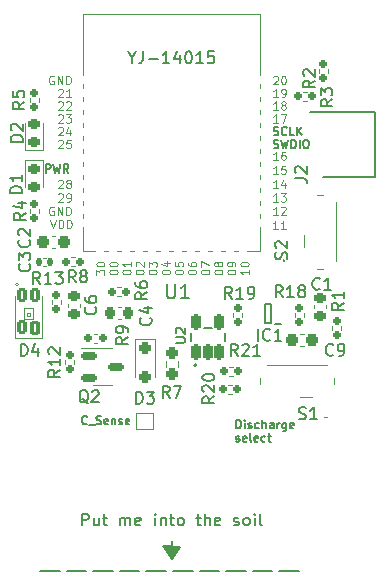
<source format=gto>
G04 #@! TF.GenerationSoftware,KiCad,Pcbnew,7.0.9*
G04 #@! TF.CreationDate,2024-02-29T00:36:21+01:00*
G04 #@! TF.ProjectId,Mad_PlantBug,4d61645f-506c-4616-9e74-4275672e6b69,rev?*
G04 #@! TF.SameCoordinates,Original*
G04 #@! TF.FileFunction,Legend,Top*
G04 #@! TF.FilePolarity,Positive*
%FSLAX46Y46*%
G04 Gerber Fmt 4.6, Leading zero omitted, Abs format (unit mm)*
G04 Created by KiCad (PCBNEW 7.0.9) date 2024-02-29 00:36:21*
%MOMM*%
%LPD*%
G01*
G04 APERTURE LIST*
G04 Aperture macros list*
%AMRoundRect*
0 Rectangle with rounded corners*
0 $1 Rounding radius*
0 $2 $3 $4 $5 $6 $7 $8 $9 X,Y pos of 4 corners*
0 Add a 4 corners polygon primitive as box body*
4,1,4,$2,$3,$4,$5,$6,$7,$8,$9,$2,$3,0*
0 Add four circle primitives for the rounded corners*
1,1,$1+$1,$2,$3*
1,1,$1+$1,$4,$5*
1,1,$1+$1,$6,$7*
1,1,$1+$1,$8,$9*
0 Add four rect primitives between the rounded corners*
20,1,$1+$1,$2,$3,$4,$5,0*
20,1,$1+$1,$4,$5,$6,$7,0*
20,1,$1+$1,$6,$7,$8,$9,0*
20,1,$1+$1,$8,$9,$2,$3,0*%
G04 Aperture macros list end*
%ADD10C,0.150000*%
%ADD11C,0.200000*%
%ADD12C,0.152400*%
%ADD13C,0.100000*%
%ADD14C,0.120000*%
%ADD15C,0.127000*%
%ADD16RoundRect,0.160000X-0.197500X-0.160000X0.197500X-0.160000X0.197500X0.160000X-0.197500X0.160000X0*%
%ADD17RoundRect,0.218750X-0.256250X0.218750X-0.256250X-0.218750X0.256250X-0.218750X0.256250X0.218750X0*%
%ADD18R,1.100000X1.100000*%
%ADD19C,1.100000*%
%ADD20RoundRect,0.225000X0.250000X-0.225000X0.250000X0.225000X-0.250000X0.225000X-0.250000X-0.225000X0*%
%ADD21RoundRect,0.218750X0.256250X-0.218750X0.256250X0.218750X-0.256250X0.218750X-0.256250X-0.218750X0*%
%ADD22RoundRect,0.160000X0.197500X0.160000X-0.197500X0.160000X-0.197500X-0.160000X0.197500X-0.160000X0*%
%ADD23RoundRect,0.160000X-0.160000X0.197500X-0.160000X-0.197500X0.160000X-0.197500X0.160000X0.197500X0*%
%ADD24RoundRect,0.190500X0.206500X-0.516500X0.206500X0.516500X-0.206500X0.516500X-0.206500X-0.516500X0*%
%ADD25R,1.198880X0.698500*%
%ADD26R,0.698500X1.198880*%
%ADD27R,0.475000X0.300000*%
%ADD28RoundRect,0.250000X-0.250000X0.250000X-0.250000X-0.250000X0.250000X-0.250000X0.250000X0.250000X0*%
%ADD29RoundRect,0.237500X-0.237500X0.250000X-0.237500X-0.250000X0.237500X-0.250000X0.237500X0.250000X0*%
%ADD30RoundRect,0.140351X0.259649X-0.469899X0.259649X0.469899X-0.259649X0.469899X-0.259649X-0.469899X0*%
%ADD31RoundRect,0.140351X0.259649X-0.451649X0.259649X0.451649X-0.259649X0.451649X-0.259649X-0.451649X0*%
%ADD32RoundRect,0.237500X0.300000X0.237500X-0.300000X0.237500X-0.300000X-0.237500X0.300000X-0.237500X0*%
%ADD33RoundRect,0.225000X-0.250000X0.225000X-0.250000X-0.225000X0.250000X-0.225000X0.250000X0.225000X0*%
%ADD34RoundRect,0.225000X0.225000X0.250000X-0.225000X0.250000X-0.225000X-0.250000X0.225000X-0.250000X0*%
%ADD35C,2.100000*%
%ADD36RoundRect,0.150000X-0.512500X-0.150000X0.512500X-0.150000X0.512500X0.150000X-0.512500X0.150000X0*%
%ADD37RoundRect,0.237500X-0.300000X-0.237500X0.300000X-0.237500X0.300000X0.237500X-0.300000X0.237500X0*%
%ADD38R,1.000000X1.000000*%
%ADD39RoundRect,0.160000X0.160000X-0.197500X0.160000X0.197500X-0.160000X0.197500X-0.160000X-0.197500X0*%
%ADD40RoundRect,0.140000X0.140000X0.170000X-0.140000X0.170000X-0.140000X-0.170000X0.140000X-0.170000X0*%
%ADD41R,0.800000X0.500000*%
%ADD42R,0.500000X1.000000*%
%ADD43C,0.850000*%
%ADD44R,0.500000X0.800000*%
%ADD45R,1.000000X0.500000*%
G04 APERTURE END LIST*
D10*
X54005350Y-65498866D02*
X53972017Y-65532200D01*
X53972017Y-65532200D02*
X53872017Y-65565533D01*
X53872017Y-65565533D02*
X53805350Y-65565533D01*
X53805350Y-65565533D02*
X53705350Y-65532200D01*
X53705350Y-65532200D02*
X53638684Y-65465533D01*
X53638684Y-65465533D02*
X53605350Y-65398866D01*
X53605350Y-65398866D02*
X53572017Y-65265533D01*
X53572017Y-65265533D02*
X53572017Y-65165533D01*
X53572017Y-65165533D02*
X53605350Y-65032200D01*
X53605350Y-65032200D02*
X53638684Y-64965533D01*
X53638684Y-64965533D02*
X53705350Y-64898866D01*
X53705350Y-64898866D02*
X53805350Y-64865533D01*
X53805350Y-64865533D02*
X53872017Y-64865533D01*
X53872017Y-64865533D02*
X53972017Y-64898866D01*
X53972017Y-64898866D02*
X54005350Y-64932200D01*
X54138684Y-65632200D02*
X54672017Y-65632200D01*
X54805350Y-65532200D02*
X54905350Y-65565533D01*
X54905350Y-65565533D02*
X55072017Y-65565533D01*
X55072017Y-65565533D02*
X55138683Y-65532200D01*
X55138683Y-65532200D02*
X55172017Y-65498866D01*
X55172017Y-65498866D02*
X55205350Y-65432200D01*
X55205350Y-65432200D02*
X55205350Y-65365533D01*
X55205350Y-65365533D02*
X55172017Y-65298866D01*
X55172017Y-65298866D02*
X55138683Y-65265533D01*
X55138683Y-65265533D02*
X55072017Y-65232200D01*
X55072017Y-65232200D02*
X54938683Y-65198866D01*
X54938683Y-65198866D02*
X54872017Y-65165533D01*
X54872017Y-65165533D02*
X54838683Y-65132200D01*
X54838683Y-65132200D02*
X54805350Y-65065533D01*
X54805350Y-65065533D02*
X54805350Y-64998866D01*
X54805350Y-64998866D02*
X54838683Y-64932200D01*
X54838683Y-64932200D02*
X54872017Y-64898866D01*
X54872017Y-64898866D02*
X54938683Y-64865533D01*
X54938683Y-64865533D02*
X55105350Y-64865533D01*
X55105350Y-64865533D02*
X55205350Y-64898866D01*
X55772017Y-65532200D02*
X55705350Y-65565533D01*
X55705350Y-65565533D02*
X55572017Y-65565533D01*
X55572017Y-65565533D02*
X55505350Y-65532200D01*
X55505350Y-65532200D02*
X55472017Y-65465533D01*
X55472017Y-65465533D02*
X55472017Y-65198866D01*
X55472017Y-65198866D02*
X55505350Y-65132200D01*
X55505350Y-65132200D02*
X55572017Y-65098866D01*
X55572017Y-65098866D02*
X55705350Y-65098866D01*
X55705350Y-65098866D02*
X55772017Y-65132200D01*
X55772017Y-65132200D02*
X55805350Y-65198866D01*
X55805350Y-65198866D02*
X55805350Y-65265533D01*
X55805350Y-65265533D02*
X55472017Y-65332200D01*
X56105350Y-65098866D02*
X56105350Y-65565533D01*
X56105350Y-65165533D02*
X56138684Y-65132200D01*
X56138684Y-65132200D02*
X56205350Y-65098866D01*
X56205350Y-65098866D02*
X56305350Y-65098866D01*
X56305350Y-65098866D02*
X56372017Y-65132200D01*
X56372017Y-65132200D02*
X56405350Y-65198866D01*
X56405350Y-65198866D02*
X56405350Y-65565533D01*
X56705350Y-65532200D02*
X56772017Y-65565533D01*
X56772017Y-65565533D02*
X56905350Y-65565533D01*
X56905350Y-65565533D02*
X56972017Y-65532200D01*
X56972017Y-65532200D02*
X57005350Y-65465533D01*
X57005350Y-65465533D02*
X57005350Y-65432200D01*
X57005350Y-65432200D02*
X56972017Y-65365533D01*
X56972017Y-65365533D02*
X56905350Y-65332200D01*
X56905350Y-65332200D02*
X56805350Y-65332200D01*
X56805350Y-65332200D02*
X56738683Y-65298866D01*
X56738683Y-65298866D02*
X56705350Y-65232200D01*
X56705350Y-65232200D02*
X56705350Y-65198866D01*
X56705350Y-65198866D02*
X56738683Y-65132200D01*
X56738683Y-65132200D02*
X56805350Y-65098866D01*
X56805350Y-65098866D02*
X56905350Y-65098866D01*
X56905350Y-65098866D02*
X56972017Y-65132200D01*
X57572017Y-65532200D02*
X57505350Y-65565533D01*
X57505350Y-65565533D02*
X57372017Y-65565533D01*
X57372017Y-65565533D02*
X57305350Y-65532200D01*
X57305350Y-65532200D02*
X57272017Y-65465533D01*
X57272017Y-65465533D02*
X57272017Y-65198866D01*
X57272017Y-65198866D02*
X57305350Y-65132200D01*
X57305350Y-65132200D02*
X57372017Y-65098866D01*
X57372017Y-65098866D02*
X57505350Y-65098866D01*
X57505350Y-65098866D02*
X57572017Y-65132200D01*
X57572017Y-65132200D02*
X57605350Y-65198866D01*
X57605350Y-65198866D02*
X57605350Y-65265533D01*
X57605350Y-65265533D02*
X57272017Y-65332200D01*
X50530350Y-44268033D02*
X50530350Y-43568033D01*
X50530350Y-43568033D02*
X50797017Y-43568033D01*
X50797017Y-43568033D02*
X50863684Y-43601366D01*
X50863684Y-43601366D02*
X50897017Y-43634700D01*
X50897017Y-43634700D02*
X50930350Y-43701366D01*
X50930350Y-43701366D02*
X50930350Y-43801366D01*
X50930350Y-43801366D02*
X50897017Y-43868033D01*
X50897017Y-43868033D02*
X50863684Y-43901366D01*
X50863684Y-43901366D02*
X50797017Y-43934700D01*
X50797017Y-43934700D02*
X50530350Y-43934700D01*
X51163684Y-43568033D02*
X51330350Y-44268033D01*
X51330350Y-44268033D02*
X51463684Y-43768033D01*
X51463684Y-43768033D02*
X51597017Y-44268033D01*
X51597017Y-44268033D02*
X51763684Y-43568033D01*
X52430350Y-44268033D02*
X52197017Y-43934700D01*
X52030350Y-44268033D02*
X52030350Y-43568033D01*
X52030350Y-43568033D02*
X52297017Y-43568033D01*
X52297017Y-43568033D02*
X52363684Y-43601366D01*
X52363684Y-43601366D02*
X52397017Y-43634700D01*
X52397017Y-43634700D02*
X52430350Y-43701366D01*
X52430350Y-43701366D02*
X52430350Y-43801366D01*
X52430350Y-43801366D02*
X52397017Y-43868033D01*
X52397017Y-43868033D02*
X52363684Y-43901366D01*
X52363684Y-43901366D02*
X52297017Y-43934700D01*
X52297017Y-43934700D02*
X52030350Y-43934700D01*
X61880000Y-75930000D02*
X61180000Y-76980000D01*
X60430000Y-75870000D01*
X61880000Y-75930000D01*
G36*
X61880000Y-75930000D02*
G01*
X61180000Y-76980000D01*
X60430000Y-75870000D01*
X61880000Y-75930000D01*
G37*
D11*
X61180000Y-75820000D02*
X61200000Y-75420000D01*
D10*
X50045000Y-78000000D02*
X51695000Y-78000000D01*
X52295000Y-78000000D02*
X53945000Y-78000000D01*
X54545000Y-78000000D02*
X56195000Y-78000000D01*
X56795000Y-78000000D02*
X58445000Y-78000000D01*
X59045000Y-78000000D02*
X60695000Y-78000000D01*
X61295000Y-78000000D02*
X62945000Y-78000000D01*
X63545000Y-78000000D02*
X65195000Y-78000000D01*
X65795000Y-78000000D02*
X67445000Y-78000000D01*
X68045000Y-78000000D02*
X69695000Y-78000000D01*
X70295000Y-78000000D02*
X71945000Y-78000000D01*
X66665350Y-65911033D02*
X66665350Y-65211033D01*
X66665350Y-65211033D02*
X66832017Y-65211033D01*
X66832017Y-65211033D02*
X66932017Y-65244366D01*
X66932017Y-65244366D02*
X66998684Y-65311033D01*
X66998684Y-65311033D02*
X67032017Y-65377700D01*
X67032017Y-65377700D02*
X67065350Y-65511033D01*
X67065350Y-65511033D02*
X67065350Y-65611033D01*
X67065350Y-65611033D02*
X67032017Y-65744366D01*
X67032017Y-65744366D02*
X66998684Y-65811033D01*
X66998684Y-65811033D02*
X66932017Y-65877700D01*
X66932017Y-65877700D02*
X66832017Y-65911033D01*
X66832017Y-65911033D02*
X66665350Y-65911033D01*
X67365350Y-65911033D02*
X67365350Y-65444366D01*
X67365350Y-65211033D02*
X67332017Y-65244366D01*
X67332017Y-65244366D02*
X67365350Y-65277700D01*
X67365350Y-65277700D02*
X67398684Y-65244366D01*
X67398684Y-65244366D02*
X67365350Y-65211033D01*
X67365350Y-65211033D02*
X67365350Y-65277700D01*
X67665350Y-65877700D02*
X67732017Y-65911033D01*
X67732017Y-65911033D02*
X67865350Y-65911033D01*
X67865350Y-65911033D02*
X67932017Y-65877700D01*
X67932017Y-65877700D02*
X67965350Y-65811033D01*
X67965350Y-65811033D02*
X67965350Y-65777700D01*
X67965350Y-65777700D02*
X67932017Y-65711033D01*
X67932017Y-65711033D02*
X67865350Y-65677700D01*
X67865350Y-65677700D02*
X67765350Y-65677700D01*
X67765350Y-65677700D02*
X67698683Y-65644366D01*
X67698683Y-65644366D02*
X67665350Y-65577700D01*
X67665350Y-65577700D02*
X67665350Y-65544366D01*
X67665350Y-65544366D02*
X67698683Y-65477700D01*
X67698683Y-65477700D02*
X67765350Y-65444366D01*
X67765350Y-65444366D02*
X67865350Y-65444366D01*
X67865350Y-65444366D02*
X67932017Y-65477700D01*
X68565350Y-65877700D02*
X68498684Y-65911033D01*
X68498684Y-65911033D02*
X68365350Y-65911033D01*
X68365350Y-65911033D02*
X68298684Y-65877700D01*
X68298684Y-65877700D02*
X68265350Y-65844366D01*
X68265350Y-65844366D02*
X68232017Y-65777700D01*
X68232017Y-65777700D02*
X68232017Y-65577700D01*
X68232017Y-65577700D02*
X68265350Y-65511033D01*
X68265350Y-65511033D02*
X68298684Y-65477700D01*
X68298684Y-65477700D02*
X68365350Y-65444366D01*
X68365350Y-65444366D02*
X68498684Y-65444366D01*
X68498684Y-65444366D02*
X68565350Y-65477700D01*
X68865350Y-65911033D02*
X68865350Y-65211033D01*
X69165350Y-65911033D02*
X69165350Y-65544366D01*
X69165350Y-65544366D02*
X69132017Y-65477700D01*
X69132017Y-65477700D02*
X69065350Y-65444366D01*
X69065350Y-65444366D02*
X68965350Y-65444366D01*
X68965350Y-65444366D02*
X68898684Y-65477700D01*
X68898684Y-65477700D02*
X68865350Y-65511033D01*
X69798683Y-65911033D02*
X69798683Y-65544366D01*
X69798683Y-65544366D02*
X69765350Y-65477700D01*
X69765350Y-65477700D02*
X69698683Y-65444366D01*
X69698683Y-65444366D02*
X69565350Y-65444366D01*
X69565350Y-65444366D02*
X69498683Y-65477700D01*
X69798683Y-65877700D02*
X69732017Y-65911033D01*
X69732017Y-65911033D02*
X69565350Y-65911033D01*
X69565350Y-65911033D02*
X69498683Y-65877700D01*
X69498683Y-65877700D02*
X69465350Y-65811033D01*
X69465350Y-65811033D02*
X69465350Y-65744366D01*
X69465350Y-65744366D02*
X69498683Y-65677700D01*
X69498683Y-65677700D02*
X69565350Y-65644366D01*
X69565350Y-65644366D02*
X69732017Y-65644366D01*
X69732017Y-65644366D02*
X69798683Y-65611033D01*
X70132016Y-65911033D02*
X70132016Y-65444366D01*
X70132016Y-65577700D02*
X70165350Y-65511033D01*
X70165350Y-65511033D02*
X70198683Y-65477700D01*
X70198683Y-65477700D02*
X70265350Y-65444366D01*
X70265350Y-65444366D02*
X70332016Y-65444366D01*
X70865349Y-65444366D02*
X70865349Y-66011033D01*
X70865349Y-66011033D02*
X70832016Y-66077700D01*
X70832016Y-66077700D02*
X70798683Y-66111033D01*
X70798683Y-66111033D02*
X70732016Y-66144366D01*
X70732016Y-66144366D02*
X70632016Y-66144366D01*
X70632016Y-66144366D02*
X70565349Y-66111033D01*
X70865349Y-65877700D02*
X70798683Y-65911033D01*
X70798683Y-65911033D02*
X70665349Y-65911033D01*
X70665349Y-65911033D02*
X70598683Y-65877700D01*
X70598683Y-65877700D02*
X70565349Y-65844366D01*
X70565349Y-65844366D02*
X70532016Y-65777700D01*
X70532016Y-65777700D02*
X70532016Y-65577700D01*
X70532016Y-65577700D02*
X70565349Y-65511033D01*
X70565349Y-65511033D02*
X70598683Y-65477700D01*
X70598683Y-65477700D02*
X70665349Y-65444366D01*
X70665349Y-65444366D02*
X70798683Y-65444366D01*
X70798683Y-65444366D02*
X70865349Y-65477700D01*
X71465349Y-65877700D02*
X71398682Y-65911033D01*
X71398682Y-65911033D02*
X71265349Y-65911033D01*
X71265349Y-65911033D02*
X71198682Y-65877700D01*
X71198682Y-65877700D02*
X71165349Y-65811033D01*
X71165349Y-65811033D02*
X71165349Y-65544366D01*
X71165349Y-65544366D02*
X71198682Y-65477700D01*
X71198682Y-65477700D02*
X71265349Y-65444366D01*
X71265349Y-65444366D02*
X71398682Y-65444366D01*
X71398682Y-65444366D02*
X71465349Y-65477700D01*
X71465349Y-65477700D02*
X71498682Y-65544366D01*
X71498682Y-65544366D02*
X71498682Y-65611033D01*
X71498682Y-65611033D02*
X71165349Y-65677700D01*
X66632017Y-67004700D02*
X66698684Y-67038033D01*
X66698684Y-67038033D02*
X66832017Y-67038033D01*
X66832017Y-67038033D02*
X66898684Y-67004700D01*
X66898684Y-67004700D02*
X66932017Y-66938033D01*
X66932017Y-66938033D02*
X66932017Y-66904700D01*
X66932017Y-66904700D02*
X66898684Y-66838033D01*
X66898684Y-66838033D02*
X66832017Y-66804700D01*
X66832017Y-66804700D02*
X66732017Y-66804700D01*
X66732017Y-66804700D02*
X66665350Y-66771366D01*
X66665350Y-66771366D02*
X66632017Y-66704700D01*
X66632017Y-66704700D02*
X66632017Y-66671366D01*
X66632017Y-66671366D02*
X66665350Y-66604700D01*
X66665350Y-66604700D02*
X66732017Y-66571366D01*
X66732017Y-66571366D02*
X66832017Y-66571366D01*
X66832017Y-66571366D02*
X66898684Y-66604700D01*
X67498684Y-67004700D02*
X67432017Y-67038033D01*
X67432017Y-67038033D02*
X67298684Y-67038033D01*
X67298684Y-67038033D02*
X67232017Y-67004700D01*
X67232017Y-67004700D02*
X67198684Y-66938033D01*
X67198684Y-66938033D02*
X67198684Y-66671366D01*
X67198684Y-66671366D02*
X67232017Y-66604700D01*
X67232017Y-66604700D02*
X67298684Y-66571366D01*
X67298684Y-66571366D02*
X67432017Y-66571366D01*
X67432017Y-66571366D02*
X67498684Y-66604700D01*
X67498684Y-66604700D02*
X67532017Y-66671366D01*
X67532017Y-66671366D02*
X67532017Y-66738033D01*
X67532017Y-66738033D02*
X67198684Y-66804700D01*
X67932017Y-67038033D02*
X67865351Y-67004700D01*
X67865351Y-67004700D02*
X67832017Y-66938033D01*
X67832017Y-66938033D02*
X67832017Y-66338033D01*
X68465351Y-67004700D02*
X68398684Y-67038033D01*
X68398684Y-67038033D02*
X68265351Y-67038033D01*
X68265351Y-67038033D02*
X68198684Y-67004700D01*
X68198684Y-67004700D02*
X68165351Y-66938033D01*
X68165351Y-66938033D02*
X68165351Y-66671366D01*
X68165351Y-66671366D02*
X68198684Y-66604700D01*
X68198684Y-66604700D02*
X68265351Y-66571366D01*
X68265351Y-66571366D02*
X68398684Y-66571366D01*
X68398684Y-66571366D02*
X68465351Y-66604700D01*
X68465351Y-66604700D02*
X68498684Y-66671366D01*
X68498684Y-66671366D02*
X68498684Y-66738033D01*
X68498684Y-66738033D02*
X68165351Y-66804700D01*
X69098684Y-67004700D02*
X69032018Y-67038033D01*
X69032018Y-67038033D02*
X68898684Y-67038033D01*
X68898684Y-67038033D02*
X68832018Y-67004700D01*
X68832018Y-67004700D02*
X68798684Y-66971366D01*
X68798684Y-66971366D02*
X68765351Y-66904700D01*
X68765351Y-66904700D02*
X68765351Y-66704700D01*
X68765351Y-66704700D02*
X68798684Y-66638033D01*
X68798684Y-66638033D02*
X68832018Y-66604700D01*
X68832018Y-66604700D02*
X68898684Y-66571366D01*
X68898684Y-66571366D02*
X69032018Y-66571366D01*
X69032018Y-66571366D02*
X69098684Y-66604700D01*
X69298684Y-66571366D02*
X69565351Y-66571366D01*
X69398684Y-66338033D02*
X69398684Y-66938033D01*
X69398684Y-66938033D02*
X69432018Y-67004700D01*
X69432018Y-67004700D02*
X69498684Y-67038033D01*
X69498684Y-67038033D02*
X69565351Y-67038033D01*
X53582254Y-74129819D02*
X53582254Y-73129819D01*
X53582254Y-73129819D02*
X53963206Y-73129819D01*
X53963206Y-73129819D02*
X54058444Y-73177438D01*
X54058444Y-73177438D02*
X54106063Y-73225057D01*
X54106063Y-73225057D02*
X54153682Y-73320295D01*
X54153682Y-73320295D02*
X54153682Y-73463152D01*
X54153682Y-73463152D02*
X54106063Y-73558390D01*
X54106063Y-73558390D02*
X54058444Y-73606009D01*
X54058444Y-73606009D02*
X53963206Y-73653628D01*
X53963206Y-73653628D02*
X53582254Y-73653628D01*
X55010825Y-73463152D02*
X55010825Y-74129819D01*
X54582254Y-73463152D02*
X54582254Y-73986961D01*
X54582254Y-73986961D02*
X54629873Y-74082200D01*
X54629873Y-74082200D02*
X54725111Y-74129819D01*
X54725111Y-74129819D02*
X54867968Y-74129819D01*
X54867968Y-74129819D02*
X54963206Y-74082200D01*
X54963206Y-74082200D02*
X55010825Y-74034580D01*
X55344159Y-73463152D02*
X55725111Y-73463152D01*
X55487016Y-73129819D02*
X55487016Y-73986961D01*
X55487016Y-73986961D02*
X55534635Y-74082200D01*
X55534635Y-74082200D02*
X55629873Y-74129819D01*
X55629873Y-74129819D02*
X55725111Y-74129819D01*
X56820350Y-74129819D02*
X56820350Y-73463152D01*
X56820350Y-73558390D02*
X56867969Y-73510771D01*
X56867969Y-73510771D02*
X56963207Y-73463152D01*
X56963207Y-73463152D02*
X57106064Y-73463152D01*
X57106064Y-73463152D02*
X57201302Y-73510771D01*
X57201302Y-73510771D02*
X57248921Y-73606009D01*
X57248921Y-73606009D02*
X57248921Y-74129819D01*
X57248921Y-73606009D02*
X57296540Y-73510771D01*
X57296540Y-73510771D02*
X57391778Y-73463152D01*
X57391778Y-73463152D02*
X57534635Y-73463152D01*
X57534635Y-73463152D02*
X57629874Y-73510771D01*
X57629874Y-73510771D02*
X57677493Y-73606009D01*
X57677493Y-73606009D02*
X57677493Y-74129819D01*
X58534635Y-74082200D02*
X58439397Y-74129819D01*
X58439397Y-74129819D02*
X58248921Y-74129819D01*
X58248921Y-74129819D02*
X58153683Y-74082200D01*
X58153683Y-74082200D02*
X58106064Y-73986961D01*
X58106064Y-73986961D02*
X58106064Y-73606009D01*
X58106064Y-73606009D02*
X58153683Y-73510771D01*
X58153683Y-73510771D02*
X58248921Y-73463152D01*
X58248921Y-73463152D02*
X58439397Y-73463152D01*
X58439397Y-73463152D02*
X58534635Y-73510771D01*
X58534635Y-73510771D02*
X58582254Y-73606009D01*
X58582254Y-73606009D02*
X58582254Y-73701247D01*
X58582254Y-73701247D02*
X58106064Y-73796485D01*
X59772731Y-74129819D02*
X59772731Y-73463152D01*
X59772731Y-73129819D02*
X59725112Y-73177438D01*
X59725112Y-73177438D02*
X59772731Y-73225057D01*
X59772731Y-73225057D02*
X59820350Y-73177438D01*
X59820350Y-73177438D02*
X59772731Y-73129819D01*
X59772731Y-73129819D02*
X59772731Y-73225057D01*
X60248921Y-73463152D02*
X60248921Y-74129819D01*
X60248921Y-73558390D02*
X60296540Y-73510771D01*
X60296540Y-73510771D02*
X60391778Y-73463152D01*
X60391778Y-73463152D02*
X60534635Y-73463152D01*
X60534635Y-73463152D02*
X60629873Y-73510771D01*
X60629873Y-73510771D02*
X60677492Y-73606009D01*
X60677492Y-73606009D02*
X60677492Y-74129819D01*
X61010826Y-73463152D02*
X61391778Y-73463152D01*
X61153683Y-73129819D02*
X61153683Y-73986961D01*
X61153683Y-73986961D02*
X61201302Y-74082200D01*
X61201302Y-74082200D02*
X61296540Y-74129819D01*
X61296540Y-74129819D02*
X61391778Y-74129819D01*
X61867969Y-74129819D02*
X61772731Y-74082200D01*
X61772731Y-74082200D02*
X61725112Y-74034580D01*
X61725112Y-74034580D02*
X61677493Y-73939342D01*
X61677493Y-73939342D02*
X61677493Y-73653628D01*
X61677493Y-73653628D02*
X61725112Y-73558390D01*
X61725112Y-73558390D02*
X61772731Y-73510771D01*
X61772731Y-73510771D02*
X61867969Y-73463152D01*
X61867969Y-73463152D02*
X62010826Y-73463152D01*
X62010826Y-73463152D02*
X62106064Y-73510771D01*
X62106064Y-73510771D02*
X62153683Y-73558390D01*
X62153683Y-73558390D02*
X62201302Y-73653628D01*
X62201302Y-73653628D02*
X62201302Y-73939342D01*
X62201302Y-73939342D02*
X62153683Y-74034580D01*
X62153683Y-74034580D02*
X62106064Y-74082200D01*
X62106064Y-74082200D02*
X62010826Y-74129819D01*
X62010826Y-74129819D02*
X61867969Y-74129819D01*
X63248922Y-73463152D02*
X63629874Y-73463152D01*
X63391779Y-73129819D02*
X63391779Y-73986961D01*
X63391779Y-73986961D02*
X63439398Y-74082200D01*
X63439398Y-74082200D02*
X63534636Y-74129819D01*
X63534636Y-74129819D02*
X63629874Y-74129819D01*
X63963208Y-74129819D02*
X63963208Y-73129819D01*
X64391779Y-74129819D02*
X64391779Y-73606009D01*
X64391779Y-73606009D02*
X64344160Y-73510771D01*
X64344160Y-73510771D02*
X64248922Y-73463152D01*
X64248922Y-73463152D02*
X64106065Y-73463152D01*
X64106065Y-73463152D02*
X64010827Y-73510771D01*
X64010827Y-73510771D02*
X63963208Y-73558390D01*
X65248922Y-74082200D02*
X65153684Y-74129819D01*
X65153684Y-74129819D02*
X64963208Y-74129819D01*
X64963208Y-74129819D02*
X64867970Y-74082200D01*
X64867970Y-74082200D02*
X64820351Y-73986961D01*
X64820351Y-73986961D02*
X64820351Y-73606009D01*
X64820351Y-73606009D02*
X64867970Y-73510771D01*
X64867970Y-73510771D02*
X64963208Y-73463152D01*
X64963208Y-73463152D02*
X65153684Y-73463152D01*
X65153684Y-73463152D02*
X65248922Y-73510771D01*
X65248922Y-73510771D02*
X65296541Y-73606009D01*
X65296541Y-73606009D02*
X65296541Y-73701247D01*
X65296541Y-73701247D02*
X64820351Y-73796485D01*
X66439399Y-74082200D02*
X66534637Y-74129819D01*
X66534637Y-74129819D02*
X66725113Y-74129819D01*
X66725113Y-74129819D02*
X66820351Y-74082200D01*
X66820351Y-74082200D02*
X66867970Y-73986961D01*
X66867970Y-73986961D02*
X66867970Y-73939342D01*
X66867970Y-73939342D02*
X66820351Y-73844104D01*
X66820351Y-73844104D02*
X66725113Y-73796485D01*
X66725113Y-73796485D02*
X66582256Y-73796485D01*
X66582256Y-73796485D02*
X66487018Y-73748866D01*
X66487018Y-73748866D02*
X66439399Y-73653628D01*
X66439399Y-73653628D02*
X66439399Y-73606009D01*
X66439399Y-73606009D02*
X66487018Y-73510771D01*
X66487018Y-73510771D02*
X66582256Y-73463152D01*
X66582256Y-73463152D02*
X66725113Y-73463152D01*
X66725113Y-73463152D02*
X66820351Y-73510771D01*
X67439399Y-74129819D02*
X67344161Y-74082200D01*
X67344161Y-74082200D02*
X67296542Y-74034580D01*
X67296542Y-74034580D02*
X67248923Y-73939342D01*
X67248923Y-73939342D02*
X67248923Y-73653628D01*
X67248923Y-73653628D02*
X67296542Y-73558390D01*
X67296542Y-73558390D02*
X67344161Y-73510771D01*
X67344161Y-73510771D02*
X67439399Y-73463152D01*
X67439399Y-73463152D02*
X67582256Y-73463152D01*
X67582256Y-73463152D02*
X67677494Y-73510771D01*
X67677494Y-73510771D02*
X67725113Y-73558390D01*
X67725113Y-73558390D02*
X67772732Y-73653628D01*
X67772732Y-73653628D02*
X67772732Y-73939342D01*
X67772732Y-73939342D02*
X67725113Y-74034580D01*
X67725113Y-74034580D02*
X67677494Y-74082200D01*
X67677494Y-74082200D02*
X67582256Y-74129819D01*
X67582256Y-74129819D02*
X67439399Y-74129819D01*
X68201304Y-74129819D02*
X68201304Y-73463152D01*
X68201304Y-73129819D02*
X68153685Y-73177438D01*
X68153685Y-73177438D02*
X68201304Y-73225057D01*
X68201304Y-73225057D02*
X68248923Y-73177438D01*
X68248923Y-73177438D02*
X68201304Y-73129819D01*
X68201304Y-73129819D02*
X68201304Y-73225057D01*
X68820351Y-74129819D02*
X68725113Y-74082200D01*
X68725113Y-74082200D02*
X68677494Y-73986961D01*
X68677494Y-73986961D02*
X68677494Y-73129819D01*
X53046333Y-53540819D02*
X52713000Y-53064628D01*
X52474905Y-53540819D02*
X52474905Y-52540819D01*
X52474905Y-52540819D02*
X52855857Y-52540819D01*
X52855857Y-52540819D02*
X52951095Y-52588438D01*
X52951095Y-52588438D02*
X52998714Y-52636057D01*
X52998714Y-52636057D02*
X53046333Y-52731295D01*
X53046333Y-52731295D02*
X53046333Y-52874152D01*
X53046333Y-52874152D02*
X52998714Y-52969390D01*
X52998714Y-52969390D02*
X52951095Y-53017009D01*
X52951095Y-53017009D02*
X52855857Y-53064628D01*
X52855857Y-53064628D02*
X52474905Y-53064628D01*
X53617762Y-52969390D02*
X53522524Y-52921771D01*
X53522524Y-52921771D02*
X53474905Y-52874152D01*
X53474905Y-52874152D02*
X53427286Y-52778914D01*
X53427286Y-52778914D02*
X53427286Y-52731295D01*
X53427286Y-52731295D02*
X53474905Y-52636057D01*
X53474905Y-52636057D02*
X53522524Y-52588438D01*
X53522524Y-52588438D02*
X53617762Y-52540819D01*
X53617762Y-52540819D02*
X53808238Y-52540819D01*
X53808238Y-52540819D02*
X53903476Y-52588438D01*
X53903476Y-52588438D02*
X53951095Y-52636057D01*
X53951095Y-52636057D02*
X53998714Y-52731295D01*
X53998714Y-52731295D02*
X53998714Y-52778914D01*
X53998714Y-52778914D02*
X53951095Y-52874152D01*
X53951095Y-52874152D02*
X53903476Y-52921771D01*
X53903476Y-52921771D02*
X53808238Y-52969390D01*
X53808238Y-52969390D02*
X53617762Y-52969390D01*
X53617762Y-52969390D02*
X53522524Y-53017009D01*
X53522524Y-53017009D02*
X53474905Y-53064628D01*
X53474905Y-53064628D02*
X53427286Y-53159866D01*
X53427286Y-53159866D02*
X53427286Y-53350342D01*
X53427286Y-53350342D02*
X53474905Y-53445580D01*
X53474905Y-53445580D02*
X53522524Y-53493200D01*
X53522524Y-53493200D02*
X53617762Y-53540819D01*
X53617762Y-53540819D02*
X53808238Y-53540819D01*
X53808238Y-53540819D02*
X53903476Y-53493200D01*
X53903476Y-53493200D02*
X53951095Y-53445580D01*
X53951095Y-53445580D02*
X53998714Y-53350342D01*
X53998714Y-53350342D02*
X53998714Y-53159866D01*
X53998714Y-53159866D02*
X53951095Y-53064628D01*
X53951095Y-53064628D02*
X53903476Y-53017009D01*
X53903476Y-53017009D02*
X53808238Y-52969390D01*
X48494819Y-45956594D02*
X47494819Y-45956594D01*
X47494819Y-45956594D02*
X47494819Y-45718499D01*
X47494819Y-45718499D02*
X47542438Y-45575642D01*
X47542438Y-45575642D02*
X47637676Y-45480404D01*
X47637676Y-45480404D02*
X47732914Y-45432785D01*
X47732914Y-45432785D02*
X47923390Y-45385166D01*
X47923390Y-45385166D02*
X48066247Y-45385166D01*
X48066247Y-45385166D02*
X48256723Y-45432785D01*
X48256723Y-45432785D02*
X48351961Y-45480404D01*
X48351961Y-45480404D02*
X48447200Y-45575642D01*
X48447200Y-45575642D02*
X48494819Y-45718499D01*
X48494819Y-45718499D02*
X48494819Y-45956594D01*
X48494819Y-44432785D02*
X48494819Y-45004213D01*
X48494819Y-44718499D02*
X47494819Y-44718499D01*
X47494819Y-44718499D02*
X47637676Y-44813737D01*
X47637676Y-44813737D02*
X47732914Y-44908975D01*
X47732914Y-44908975D02*
X47780533Y-45004213D01*
X71604819Y-44714833D02*
X72319104Y-44714833D01*
X72319104Y-44714833D02*
X72461961Y-44762452D01*
X72461961Y-44762452D02*
X72557200Y-44857690D01*
X72557200Y-44857690D02*
X72604819Y-45000547D01*
X72604819Y-45000547D02*
X72604819Y-45095785D01*
X71700057Y-44286261D02*
X71652438Y-44238642D01*
X71652438Y-44238642D02*
X71604819Y-44143404D01*
X71604819Y-44143404D02*
X71604819Y-43905309D01*
X71604819Y-43905309D02*
X71652438Y-43810071D01*
X71652438Y-43810071D02*
X71700057Y-43762452D01*
X71700057Y-43762452D02*
X71795295Y-43714833D01*
X71795295Y-43714833D02*
X71890533Y-43714833D01*
X71890533Y-43714833D02*
X72033390Y-43762452D01*
X72033390Y-43762452D02*
X72604819Y-44333880D01*
X72604819Y-44333880D02*
X72604819Y-43714833D01*
X73713333Y-54074080D02*
X73665714Y-54121700D01*
X73665714Y-54121700D02*
X73522857Y-54169319D01*
X73522857Y-54169319D02*
X73427619Y-54169319D01*
X73427619Y-54169319D02*
X73284762Y-54121700D01*
X73284762Y-54121700D02*
X73189524Y-54026461D01*
X73189524Y-54026461D02*
X73141905Y-53931223D01*
X73141905Y-53931223D02*
X73094286Y-53740747D01*
X73094286Y-53740747D02*
X73094286Y-53597890D01*
X73094286Y-53597890D02*
X73141905Y-53407414D01*
X73141905Y-53407414D02*
X73189524Y-53312176D01*
X73189524Y-53312176D02*
X73284762Y-53216938D01*
X73284762Y-53216938D02*
X73427619Y-53169319D01*
X73427619Y-53169319D02*
X73522857Y-53169319D01*
X73522857Y-53169319D02*
X73665714Y-53216938D01*
X73665714Y-53216938D02*
X73713333Y-53264557D01*
X74665714Y-54169319D02*
X74094286Y-54169319D01*
X74380000Y-54169319D02*
X74380000Y-53169319D01*
X74380000Y-53169319D02*
X74284762Y-53312176D01*
X74284762Y-53312176D02*
X74189524Y-53407414D01*
X74189524Y-53407414D02*
X74094286Y-53455033D01*
X48554819Y-41632094D02*
X47554819Y-41632094D01*
X47554819Y-41632094D02*
X47554819Y-41393999D01*
X47554819Y-41393999D02*
X47602438Y-41251142D01*
X47602438Y-41251142D02*
X47697676Y-41155904D01*
X47697676Y-41155904D02*
X47792914Y-41108285D01*
X47792914Y-41108285D02*
X47983390Y-41060666D01*
X47983390Y-41060666D02*
X48126247Y-41060666D01*
X48126247Y-41060666D02*
X48316723Y-41108285D01*
X48316723Y-41108285D02*
X48411961Y-41155904D01*
X48411961Y-41155904D02*
X48507200Y-41251142D01*
X48507200Y-41251142D02*
X48554819Y-41393999D01*
X48554819Y-41393999D02*
X48554819Y-41632094D01*
X47650057Y-40679713D02*
X47602438Y-40632094D01*
X47602438Y-40632094D02*
X47554819Y-40536856D01*
X47554819Y-40536856D02*
X47554819Y-40298761D01*
X47554819Y-40298761D02*
X47602438Y-40203523D01*
X47602438Y-40203523D02*
X47650057Y-40155904D01*
X47650057Y-40155904D02*
X47745295Y-40108285D01*
X47745295Y-40108285D02*
X47840533Y-40108285D01*
X47840533Y-40108285D02*
X47983390Y-40155904D01*
X47983390Y-40155904D02*
X48554819Y-40727332D01*
X48554819Y-40727332D02*
X48554819Y-40108285D01*
X59094819Y-54389166D02*
X58618628Y-54722499D01*
X59094819Y-54960594D02*
X58094819Y-54960594D01*
X58094819Y-54960594D02*
X58094819Y-54579642D01*
X58094819Y-54579642D02*
X58142438Y-54484404D01*
X58142438Y-54484404D02*
X58190057Y-54436785D01*
X58190057Y-54436785D02*
X58285295Y-54389166D01*
X58285295Y-54389166D02*
X58428152Y-54389166D01*
X58428152Y-54389166D02*
X58523390Y-54436785D01*
X58523390Y-54436785D02*
X58571009Y-54484404D01*
X58571009Y-54484404D02*
X58618628Y-54579642D01*
X58618628Y-54579642D02*
X58618628Y-54960594D01*
X58094819Y-53532023D02*
X58094819Y-53722499D01*
X58094819Y-53722499D02*
X58142438Y-53817737D01*
X58142438Y-53817737D02*
X58190057Y-53865356D01*
X58190057Y-53865356D02*
X58332914Y-53960594D01*
X58332914Y-53960594D02*
X58523390Y-54008213D01*
X58523390Y-54008213D02*
X58904342Y-54008213D01*
X58904342Y-54008213D02*
X58999580Y-53960594D01*
X58999580Y-53960594D02*
X59047200Y-53912975D01*
X59047200Y-53912975D02*
X59094819Y-53817737D01*
X59094819Y-53817737D02*
X59094819Y-53627261D01*
X59094819Y-53627261D02*
X59047200Y-53532023D01*
X59047200Y-53532023D02*
X58999580Y-53484404D01*
X58999580Y-53484404D02*
X58904342Y-53436785D01*
X58904342Y-53436785D02*
X58666247Y-53436785D01*
X58666247Y-53436785D02*
X58571009Y-53484404D01*
X58571009Y-53484404D02*
X58523390Y-53532023D01*
X58523390Y-53532023D02*
X58475771Y-53627261D01*
X58475771Y-53627261D02*
X58475771Y-53817737D01*
X58475771Y-53817737D02*
X58523390Y-53912975D01*
X58523390Y-53912975D02*
X58571009Y-53960594D01*
X58571009Y-53960594D02*
X58666247Y-54008213D01*
X73314819Y-36458166D02*
X72838628Y-36791499D01*
X73314819Y-37029594D02*
X72314819Y-37029594D01*
X72314819Y-37029594D02*
X72314819Y-36648642D01*
X72314819Y-36648642D02*
X72362438Y-36553404D01*
X72362438Y-36553404D02*
X72410057Y-36505785D01*
X72410057Y-36505785D02*
X72505295Y-36458166D01*
X72505295Y-36458166D02*
X72648152Y-36458166D01*
X72648152Y-36458166D02*
X72743390Y-36505785D01*
X72743390Y-36505785D02*
X72791009Y-36553404D01*
X72791009Y-36553404D02*
X72838628Y-36648642D01*
X72838628Y-36648642D02*
X72838628Y-37029594D01*
X72410057Y-36077213D02*
X72362438Y-36029594D01*
X72362438Y-36029594D02*
X72314819Y-35934356D01*
X72314819Y-35934356D02*
X72314819Y-35696261D01*
X72314819Y-35696261D02*
X72362438Y-35601023D01*
X72362438Y-35601023D02*
X72410057Y-35553404D01*
X72410057Y-35553404D02*
X72505295Y-35505785D01*
X72505295Y-35505785D02*
X72600533Y-35505785D01*
X72600533Y-35505785D02*
X72743390Y-35553404D01*
X72743390Y-35553404D02*
X73314819Y-36124832D01*
X73314819Y-36124832D02*
X73314819Y-35505785D01*
X61507045Y-58642023D02*
X62154664Y-58642023D01*
X62154664Y-58642023D02*
X62230854Y-58603928D01*
X62230854Y-58603928D02*
X62268950Y-58565833D01*
X62268950Y-58565833D02*
X62307045Y-58489642D01*
X62307045Y-58489642D02*
X62307045Y-58337261D01*
X62307045Y-58337261D02*
X62268950Y-58261071D01*
X62268950Y-58261071D02*
X62230854Y-58222976D01*
X62230854Y-58222976D02*
X62154664Y-58184880D01*
X62154664Y-58184880D02*
X61507045Y-58184880D01*
X61583235Y-57842024D02*
X61545140Y-57803928D01*
X61545140Y-57803928D02*
X61507045Y-57727738D01*
X61507045Y-57727738D02*
X61507045Y-57537262D01*
X61507045Y-57537262D02*
X61545140Y-57461071D01*
X61545140Y-57461071D02*
X61583235Y-57422976D01*
X61583235Y-57422976D02*
X61659426Y-57384881D01*
X61659426Y-57384881D02*
X61735616Y-57384881D01*
X61735616Y-57384881D02*
X61849902Y-57422976D01*
X61849902Y-57422976D02*
X62307045Y-57880119D01*
X62307045Y-57880119D02*
X62307045Y-57384881D01*
D12*
X60773714Y-53696717D02*
X60773714Y-54668146D01*
X60773714Y-54668146D02*
X60830857Y-54782432D01*
X60830857Y-54782432D02*
X60888000Y-54839575D01*
X60888000Y-54839575D02*
X61002285Y-54896717D01*
X61002285Y-54896717D02*
X61230857Y-54896717D01*
X61230857Y-54896717D02*
X61345142Y-54839575D01*
X61345142Y-54839575D02*
X61402285Y-54782432D01*
X61402285Y-54782432D02*
X61459428Y-54668146D01*
X61459428Y-54668146D02*
X61459428Y-53696717D01*
X62659428Y-54896717D02*
X61973714Y-54896717D01*
X62316571Y-54896717D02*
X62316571Y-53696717D01*
X62316571Y-53696717D02*
X62202285Y-53868146D01*
X62202285Y-53868146D02*
X62088000Y-53982432D01*
X62088000Y-53982432D02*
X61973714Y-54039575D01*
X57799047Y-34516003D02*
X57799047Y-34992194D01*
X57465714Y-33992194D02*
X57799047Y-34516003D01*
X57799047Y-34516003D02*
X58132380Y-33992194D01*
X58751428Y-33992194D02*
X58751428Y-34706479D01*
X58751428Y-34706479D02*
X58703809Y-34849336D01*
X58703809Y-34849336D02*
X58608571Y-34944575D01*
X58608571Y-34944575D02*
X58465714Y-34992194D01*
X58465714Y-34992194D02*
X58370476Y-34992194D01*
X59227619Y-34611241D02*
X59989524Y-34611241D01*
X60989523Y-34992194D02*
X60418095Y-34992194D01*
X60703809Y-34992194D02*
X60703809Y-33992194D01*
X60703809Y-33992194D02*
X60608571Y-34135051D01*
X60608571Y-34135051D02*
X60513333Y-34230289D01*
X60513333Y-34230289D02*
X60418095Y-34277908D01*
X61846666Y-34325527D02*
X61846666Y-34992194D01*
X61608571Y-33944575D02*
X61370476Y-34658860D01*
X61370476Y-34658860D02*
X61989523Y-34658860D01*
X62560952Y-33992194D02*
X62656190Y-33992194D01*
X62656190Y-33992194D02*
X62751428Y-34039813D01*
X62751428Y-34039813D02*
X62799047Y-34087432D01*
X62799047Y-34087432D02*
X62846666Y-34182670D01*
X62846666Y-34182670D02*
X62894285Y-34373146D01*
X62894285Y-34373146D02*
X62894285Y-34611241D01*
X62894285Y-34611241D02*
X62846666Y-34801717D01*
X62846666Y-34801717D02*
X62799047Y-34896955D01*
X62799047Y-34896955D02*
X62751428Y-34944575D01*
X62751428Y-34944575D02*
X62656190Y-34992194D01*
X62656190Y-34992194D02*
X62560952Y-34992194D01*
X62560952Y-34992194D02*
X62465714Y-34944575D01*
X62465714Y-34944575D02*
X62418095Y-34896955D01*
X62418095Y-34896955D02*
X62370476Y-34801717D01*
X62370476Y-34801717D02*
X62322857Y-34611241D01*
X62322857Y-34611241D02*
X62322857Y-34373146D01*
X62322857Y-34373146D02*
X62370476Y-34182670D01*
X62370476Y-34182670D02*
X62418095Y-34087432D01*
X62418095Y-34087432D02*
X62465714Y-34039813D01*
X62465714Y-34039813D02*
X62560952Y-33992194D01*
X63846666Y-34992194D02*
X63275238Y-34992194D01*
X63560952Y-34992194D02*
X63560952Y-33992194D01*
X63560952Y-33992194D02*
X63465714Y-34135051D01*
X63465714Y-34135051D02*
X63370476Y-34230289D01*
X63370476Y-34230289D02*
X63275238Y-34277908D01*
X64751428Y-33992194D02*
X64275238Y-33992194D01*
X64275238Y-33992194D02*
X64227619Y-34468384D01*
X64227619Y-34468384D02*
X64275238Y-34420765D01*
X64275238Y-34420765D02*
X64370476Y-34373146D01*
X64370476Y-34373146D02*
X64608571Y-34373146D01*
X64608571Y-34373146D02*
X64703809Y-34420765D01*
X64703809Y-34420765D02*
X64751428Y-34468384D01*
X64751428Y-34468384D02*
X64799047Y-34563622D01*
X64799047Y-34563622D02*
X64799047Y-34801717D01*
X64799047Y-34801717D02*
X64751428Y-34896955D01*
X64751428Y-34896955D02*
X64703809Y-34944575D01*
X64703809Y-34944575D02*
X64608571Y-34992194D01*
X64608571Y-34992194D02*
X64370476Y-34992194D01*
X64370476Y-34992194D02*
X64275238Y-34944575D01*
X64275238Y-34944575D02*
X64227619Y-34896955D01*
D13*
X70179122Y-38935894D02*
X69779122Y-38935894D01*
X69979122Y-38935894D02*
X69979122Y-38235894D01*
X69979122Y-38235894D02*
X69912455Y-38335894D01*
X69912455Y-38335894D02*
X69845789Y-38402561D01*
X69845789Y-38402561D02*
X69779122Y-38435894D01*
X70579122Y-38535894D02*
X70512456Y-38502561D01*
X70512456Y-38502561D02*
X70479122Y-38469227D01*
X70479122Y-38469227D02*
X70445789Y-38402561D01*
X70445789Y-38402561D02*
X70445789Y-38369227D01*
X70445789Y-38369227D02*
X70479122Y-38302561D01*
X70479122Y-38302561D02*
X70512456Y-38269227D01*
X70512456Y-38269227D02*
X70579122Y-38235894D01*
X70579122Y-38235894D02*
X70712456Y-38235894D01*
X70712456Y-38235894D02*
X70779122Y-38269227D01*
X70779122Y-38269227D02*
X70812456Y-38302561D01*
X70812456Y-38302561D02*
X70845789Y-38369227D01*
X70845789Y-38369227D02*
X70845789Y-38402561D01*
X70845789Y-38402561D02*
X70812456Y-38469227D01*
X70812456Y-38469227D02*
X70779122Y-38502561D01*
X70779122Y-38502561D02*
X70712456Y-38535894D01*
X70712456Y-38535894D02*
X70579122Y-38535894D01*
X70579122Y-38535894D02*
X70512456Y-38569227D01*
X70512456Y-38569227D02*
X70479122Y-38602561D01*
X70479122Y-38602561D02*
X70445789Y-38669227D01*
X70445789Y-38669227D02*
X70445789Y-38802561D01*
X70445789Y-38802561D02*
X70479122Y-38869227D01*
X70479122Y-38869227D02*
X70512456Y-38902561D01*
X70512456Y-38902561D02*
X70579122Y-38935894D01*
X70579122Y-38935894D02*
X70712456Y-38935894D01*
X70712456Y-38935894D02*
X70779122Y-38902561D01*
X70779122Y-38902561D02*
X70812456Y-38869227D01*
X70812456Y-38869227D02*
X70845789Y-38802561D01*
X70845789Y-38802561D02*
X70845789Y-38669227D01*
X70845789Y-38669227D02*
X70812456Y-38602561D01*
X70812456Y-38602561D02*
X70779122Y-38569227D01*
X70779122Y-38569227D02*
X70712456Y-38535894D01*
X51579122Y-40462560D02*
X51612455Y-40429226D01*
X51612455Y-40429226D02*
X51679122Y-40395893D01*
X51679122Y-40395893D02*
X51845789Y-40395893D01*
X51845789Y-40395893D02*
X51912455Y-40429226D01*
X51912455Y-40429226D02*
X51945789Y-40462560D01*
X51945789Y-40462560D02*
X51979122Y-40529226D01*
X51979122Y-40529226D02*
X51979122Y-40595893D01*
X51979122Y-40595893D02*
X51945789Y-40695893D01*
X51945789Y-40695893D02*
X51545789Y-41095893D01*
X51545789Y-41095893D02*
X51979122Y-41095893D01*
X52579122Y-40629226D02*
X52579122Y-41095893D01*
X52412456Y-40362560D02*
X52245789Y-40862560D01*
X52245789Y-40862560D02*
X52679122Y-40862560D01*
X70179122Y-45575894D02*
X69779122Y-45575894D01*
X69979122Y-45575894D02*
X69979122Y-44875894D01*
X69979122Y-44875894D02*
X69912455Y-44975894D01*
X69912455Y-44975894D02*
X69845789Y-45042561D01*
X69845789Y-45042561D02*
X69779122Y-45075894D01*
X70779122Y-45109227D02*
X70779122Y-45575894D01*
X70612456Y-44842561D02*
X70445789Y-45342561D01*
X70445789Y-45342561D02*
X70879122Y-45342561D01*
X51579122Y-38302560D02*
X51612455Y-38269226D01*
X51612455Y-38269226D02*
X51679122Y-38235893D01*
X51679122Y-38235893D02*
X51845789Y-38235893D01*
X51845789Y-38235893D02*
X51912455Y-38269226D01*
X51912455Y-38269226D02*
X51945789Y-38302560D01*
X51945789Y-38302560D02*
X51979122Y-38369226D01*
X51979122Y-38369226D02*
X51979122Y-38435893D01*
X51979122Y-38435893D02*
X51945789Y-38535893D01*
X51945789Y-38535893D02*
X51545789Y-38935893D01*
X51545789Y-38935893D02*
X51979122Y-38935893D01*
X52245789Y-38302560D02*
X52279122Y-38269226D01*
X52279122Y-38269226D02*
X52345789Y-38235893D01*
X52345789Y-38235893D02*
X52512456Y-38235893D01*
X52512456Y-38235893D02*
X52579122Y-38269226D01*
X52579122Y-38269226D02*
X52612456Y-38302560D01*
X52612456Y-38302560D02*
X52645789Y-38369226D01*
X52645789Y-38369226D02*
X52645789Y-38435893D01*
X52645789Y-38435893D02*
X52612456Y-38535893D01*
X52612456Y-38535893D02*
X52212456Y-38935893D01*
X52212456Y-38935893D02*
X52645789Y-38935893D01*
X58116403Y-52700971D02*
X58116403Y-52634304D01*
X58116403Y-52634304D02*
X58149736Y-52567637D01*
X58149736Y-52567637D02*
X58183070Y-52534304D01*
X58183070Y-52534304D02*
X58249736Y-52500971D01*
X58249736Y-52500971D02*
X58383070Y-52467637D01*
X58383070Y-52467637D02*
X58549736Y-52467637D01*
X58549736Y-52467637D02*
X58683070Y-52500971D01*
X58683070Y-52500971D02*
X58749736Y-52534304D01*
X58749736Y-52534304D02*
X58783070Y-52567637D01*
X58783070Y-52567637D02*
X58816403Y-52634304D01*
X58816403Y-52634304D02*
X58816403Y-52700971D01*
X58816403Y-52700971D02*
X58783070Y-52767637D01*
X58783070Y-52767637D02*
X58749736Y-52800971D01*
X58749736Y-52800971D02*
X58683070Y-52834304D01*
X58683070Y-52834304D02*
X58549736Y-52867637D01*
X58549736Y-52867637D02*
X58383070Y-52867637D01*
X58383070Y-52867637D02*
X58249736Y-52834304D01*
X58249736Y-52834304D02*
X58183070Y-52800971D01*
X58183070Y-52800971D02*
X58149736Y-52767637D01*
X58149736Y-52767637D02*
X58116403Y-52700971D01*
X58183070Y-52200970D02*
X58149736Y-52167637D01*
X58149736Y-52167637D02*
X58116403Y-52100970D01*
X58116403Y-52100970D02*
X58116403Y-51934304D01*
X58116403Y-51934304D02*
X58149736Y-51867637D01*
X58149736Y-51867637D02*
X58183070Y-51834304D01*
X58183070Y-51834304D02*
X58249736Y-51800970D01*
X58249736Y-51800970D02*
X58316403Y-51800970D01*
X58316403Y-51800970D02*
X58416403Y-51834304D01*
X58416403Y-51834304D02*
X58816403Y-52234304D01*
X58816403Y-52234304D02*
X58816403Y-51800970D01*
X63661853Y-52700971D02*
X63661853Y-52634304D01*
X63661853Y-52634304D02*
X63695186Y-52567637D01*
X63695186Y-52567637D02*
X63728520Y-52534304D01*
X63728520Y-52534304D02*
X63795186Y-52500971D01*
X63795186Y-52500971D02*
X63928520Y-52467637D01*
X63928520Y-52467637D02*
X64095186Y-52467637D01*
X64095186Y-52467637D02*
X64228520Y-52500971D01*
X64228520Y-52500971D02*
X64295186Y-52534304D01*
X64295186Y-52534304D02*
X64328520Y-52567637D01*
X64328520Y-52567637D02*
X64361853Y-52634304D01*
X64361853Y-52634304D02*
X64361853Y-52700971D01*
X64361853Y-52700971D02*
X64328520Y-52767637D01*
X64328520Y-52767637D02*
X64295186Y-52800971D01*
X64295186Y-52800971D02*
X64228520Y-52834304D01*
X64228520Y-52834304D02*
X64095186Y-52867637D01*
X64095186Y-52867637D02*
X63928520Y-52867637D01*
X63928520Y-52867637D02*
X63795186Y-52834304D01*
X63795186Y-52834304D02*
X63728520Y-52800971D01*
X63728520Y-52800971D02*
X63695186Y-52767637D01*
X63695186Y-52767637D02*
X63661853Y-52700971D01*
X63661853Y-52234304D02*
X63661853Y-51767637D01*
X63661853Y-51767637D02*
X64361853Y-52067637D01*
X57007313Y-52700971D02*
X57007313Y-52634304D01*
X57007313Y-52634304D02*
X57040646Y-52567637D01*
X57040646Y-52567637D02*
X57073980Y-52534304D01*
X57073980Y-52534304D02*
X57140646Y-52500971D01*
X57140646Y-52500971D02*
X57273980Y-52467637D01*
X57273980Y-52467637D02*
X57440646Y-52467637D01*
X57440646Y-52467637D02*
X57573980Y-52500971D01*
X57573980Y-52500971D02*
X57640646Y-52534304D01*
X57640646Y-52534304D02*
X57673980Y-52567637D01*
X57673980Y-52567637D02*
X57707313Y-52634304D01*
X57707313Y-52634304D02*
X57707313Y-52700971D01*
X57707313Y-52700971D02*
X57673980Y-52767637D01*
X57673980Y-52767637D02*
X57640646Y-52800971D01*
X57640646Y-52800971D02*
X57573980Y-52834304D01*
X57573980Y-52834304D02*
X57440646Y-52867637D01*
X57440646Y-52867637D02*
X57273980Y-52867637D01*
X57273980Y-52867637D02*
X57140646Y-52834304D01*
X57140646Y-52834304D02*
X57073980Y-52800971D01*
X57073980Y-52800971D02*
X57040646Y-52767637D01*
X57040646Y-52767637D02*
X57007313Y-52700971D01*
X57707313Y-51800970D02*
X57707313Y-52200970D01*
X57707313Y-52000970D02*
X57007313Y-52000970D01*
X57007313Y-52000970D02*
X57107313Y-52067637D01*
X57107313Y-52067637D02*
X57173980Y-52134304D01*
X57173980Y-52134304D02*
X57207313Y-52200970D01*
X69779122Y-36142561D02*
X69812455Y-36109227D01*
X69812455Y-36109227D02*
X69879122Y-36075894D01*
X69879122Y-36075894D02*
X70045789Y-36075894D01*
X70045789Y-36075894D02*
X70112455Y-36109227D01*
X70112455Y-36109227D02*
X70145789Y-36142561D01*
X70145789Y-36142561D02*
X70179122Y-36209227D01*
X70179122Y-36209227D02*
X70179122Y-36275894D01*
X70179122Y-36275894D02*
X70145789Y-36375894D01*
X70145789Y-36375894D02*
X69745789Y-36775894D01*
X69745789Y-36775894D02*
X70179122Y-36775894D01*
X70612456Y-36075894D02*
X70679122Y-36075894D01*
X70679122Y-36075894D02*
X70745789Y-36109227D01*
X70745789Y-36109227D02*
X70779122Y-36142561D01*
X70779122Y-36142561D02*
X70812456Y-36209227D01*
X70812456Y-36209227D02*
X70845789Y-36342561D01*
X70845789Y-36342561D02*
X70845789Y-36509227D01*
X70845789Y-36509227D02*
X70812456Y-36642561D01*
X70812456Y-36642561D02*
X70779122Y-36709227D01*
X70779122Y-36709227D02*
X70745789Y-36742561D01*
X70745789Y-36742561D02*
X70679122Y-36775894D01*
X70679122Y-36775894D02*
X70612456Y-36775894D01*
X70612456Y-36775894D02*
X70545789Y-36742561D01*
X70545789Y-36742561D02*
X70512456Y-36709227D01*
X70512456Y-36709227D02*
X70479122Y-36642561D01*
X70479122Y-36642561D02*
X70445789Y-36509227D01*
X70445789Y-36509227D02*
X70445789Y-36342561D01*
X70445789Y-36342561D02*
X70479122Y-36209227D01*
X70479122Y-36209227D02*
X70512456Y-36142561D01*
X70512456Y-36142561D02*
X70545789Y-36109227D01*
X70545789Y-36109227D02*
X70612456Y-36075894D01*
X61443673Y-52700971D02*
X61443673Y-52634304D01*
X61443673Y-52634304D02*
X61477006Y-52567637D01*
X61477006Y-52567637D02*
X61510340Y-52534304D01*
X61510340Y-52534304D02*
X61577006Y-52500971D01*
X61577006Y-52500971D02*
X61710340Y-52467637D01*
X61710340Y-52467637D02*
X61877006Y-52467637D01*
X61877006Y-52467637D02*
X62010340Y-52500971D01*
X62010340Y-52500971D02*
X62077006Y-52534304D01*
X62077006Y-52534304D02*
X62110340Y-52567637D01*
X62110340Y-52567637D02*
X62143673Y-52634304D01*
X62143673Y-52634304D02*
X62143673Y-52700971D01*
X62143673Y-52700971D02*
X62110340Y-52767637D01*
X62110340Y-52767637D02*
X62077006Y-52800971D01*
X62077006Y-52800971D02*
X62010340Y-52834304D01*
X62010340Y-52834304D02*
X61877006Y-52867637D01*
X61877006Y-52867637D02*
X61710340Y-52867637D01*
X61710340Y-52867637D02*
X61577006Y-52834304D01*
X61577006Y-52834304D02*
X61510340Y-52800971D01*
X61510340Y-52800971D02*
X61477006Y-52767637D01*
X61477006Y-52767637D02*
X61443673Y-52700971D01*
X61443673Y-51834304D02*
X61443673Y-52167637D01*
X61443673Y-52167637D02*
X61777006Y-52200970D01*
X61777006Y-52200970D02*
X61743673Y-52167637D01*
X61743673Y-52167637D02*
X61710340Y-52100970D01*
X61710340Y-52100970D02*
X61710340Y-51934304D01*
X61710340Y-51934304D02*
X61743673Y-51867637D01*
X61743673Y-51867637D02*
X61777006Y-51834304D01*
X61777006Y-51834304D02*
X61843673Y-51800970D01*
X61843673Y-51800970D02*
X62010340Y-51800970D01*
X62010340Y-51800970D02*
X62077006Y-51834304D01*
X62077006Y-51834304D02*
X62110340Y-51867637D01*
X62110340Y-51867637D02*
X62143673Y-51934304D01*
X62143673Y-51934304D02*
X62143673Y-52100970D01*
X62143673Y-52100970D02*
X62110340Y-52167637D01*
X62110340Y-52167637D02*
X62077006Y-52200970D01*
X70179122Y-44375893D02*
X69779122Y-44375893D01*
X69979122Y-44375893D02*
X69979122Y-43675893D01*
X69979122Y-43675893D02*
X69912455Y-43775893D01*
X69912455Y-43775893D02*
X69845789Y-43842560D01*
X69845789Y-43842560D02*
X69779122Y-43875893D01*
X70812456Y-43675893D02*
X70479122Y-43675893D01*
X70479122Y-43675893D02*
X70445789Y-44009226D01*
X70445789Y-44009226D02*
X70479122Y-43975893D01*
X70479122Y-43975893D02*
X70545789Y-43942560D01*
X70545789Y-43942560D02*
X70712456Y-43942560D01*
X70712456Y-43942560D02*
X70779122Y-43975893D01*
X70779122Y-43975893D02*
X70812456Y-44009226D01*
X70812456Y-44009226D02*
X70845789Y-44075893D01*
X70845789Y-44075893D02*
X70845789Y-44242560D01*
X70845789Y-44242560D02*
X70812456Y-44309226D01*
X70812456Y-44309226D02*
X70779122Y-44342560D01*
X70779122Y-44342560D02*
X70712456Y-44375893D01*
X70712456Y-44375893D02*
X70545789Y-44375893D01*
X70545789Y-44375893D02*
X70479122Y-44342560D01*
X70479122Y-44342560D02*
X70445789Y-44309226D01*
X51579122Y-41542560D02*
X51612455Y-41509226D01*
X51612455Y-41509226D02*
X51679122Y-41475893D01*
X51679122Y-41475893D02*
X51845789Y-41475893D01*
X51845789Y-41475893D02*
X51912455Y-41509226D01*
X51912455Y-41509226D02*
X51945789Y-41542560D01*
X51945789Y-41542560D02*
X51979122Y-41609226D01*
X51979122Y-41609226D02*
X51979122Y-41675893D01*
X51979122Y-41675893D02*
X51945789Y-41775893D01*
X51945789Y-41775893D02*
X51545789Y-42175893D01*
X51545789Y-42175893D02*
X51979122Y-42175893D01*
X52612456Y-41475893D02*
X52279122Y-41475893D01*
X52279122Y-41475893D02*
X52245789Y-41809226D01*
X52245789Y-41809226D02*
X52279122Y-41775893D01*
X52279122Y-41775893D02*
X52345789Y-41742560D01*
X52345789Y-41742560D02*
X52512456Y-41742560D01*
X52512456Y-41742560D02*
X52579122Y-41775893D01*
X52579122Y-41775893D02*
X52612456Y-41809226D01*
X52612456Y-41809226D02*
X52645789Y-41875893D01*
X52645789Y-41875893D02*
X52645789Y-42042560D01*
X52645789Y-42042560D02*
X52612456Y-42109226D01*
X52612456Y-42109226D02*
X52579122Y-42142560D01*
X52579122Y-42142560D02*
X52512456Y-42175893D01*
X52512456Y-42175893D02*
X52345789Y-42175893D01*
X52345789Y-42175893D02*
X52279122Y-42142560D01*
X52279122Y-42142560D02*
X52245789Y-42109226D01*
X70179122Y-46709227D02*
X69779122Y-46709227D01*
X69979122Y-46709227D02*
X69979122Y-46009227D01*
X69979122Y-46009227D02*
X69912455Y-46109227D01*
X69912455Y-46109227D02*
X69845789Y-46175894D01*
X69845789Y-46175894D02*
X69779122Y-46209227D01*
X70412456Y-46009227D02*
X70845789Y-46009227D01*
X70845789Y-46009227D02*
X70612456Y-46275894D01*
X70612456Y-46275894D02*
X70712456Y-46275894D01*
X70712456Y-46275894D02*
X70779122Y-46309227D01*
X70779122Y-46309227D02*
X70812456Y-46342560D01*
X70812456Y-46342560D02*
X70845789Y-46409227D01*
X70845789Y-46409227D02*
X70845789Y-46575894D01*
X70845789Y-46575894D02*
X70812456Y-46642560D01*
X70812456Y-46642560D02*
X70779122Y-46675894D01*
X70779122Y-46675894D02*
X70712456Y-46709227D01*
X70712456Y-46709227D02*
X70512456Y-46709227D01*
X70512456Y-46709227D02*
X70445789Y-46675894D01*
X70445789Y-46675894D02*
X70412456Y-46642560D01*
X60334583Y-52700971D02*
X60334583Y-52634304D01*
X60334583Y-52634304D02*
X60367916Y-52567637D01*
X60367916Y-52567637D02*
X60401250Y-52534304D01*
X60401250Y-52534304D02*
X60467916Y-52500971D01*
X60467916Y-52500971D02*
X60601250Y-52467637D01*
X60601250Y-52467637D02*
X60767916Y-52467637D01*
X60767916Y-52467637D02*
X60901250Y-52500971D01*
X60901250Y-52500971D02*
X60967916Y-52534304D01*
X60967916Y-52534304D02*
X61001250Y-52567637D01*
X61001250Y-52567637D02*
X61034583Y-52634304D01*
X61034583Y-52634304D02*
X61034583Y-52700971D01*
X61034583Y-52700971D02*
X61001250Y-52767637D01*
X61001250Y-52767637D02*
X60967916Y-52800971D01*
X60967916Y-52800971D02*
X60901250Y-52834304D01*
X60901250Y-52834304D02*
X60767916Y-52867637D01*
X60767916Y-52867637D02*
X60601250Y-52867637D01*
X60601250Y-52867637D02*
X60467916Y-52834304D01*
X60467916Y-52834304D02*
X60401250Y-52800971D01*
X60401250Y-52800971D02*
X60367916Y-52767637D01*
X60367916Y-52767637D02*
X60334583Y-52700971D01*
X60567916Y-51867637D02*
X61034583Y-51867637D01*
X60301250Y-52034304D02*
X60801250Y-52200970D01*
X60801250Y-52200970D02*
X60801250Y-51767637D01*
X54789133Y-52900971D02*
X54789133Y-52467637D01*
X54789133Y-52467637D02*
X55055800Y-52700971D01*
X55055800Y-52700971D02*
X55055800Y-52600971D01*
X55055800Y-52600971D02*
X55089133Y-52534304D01*
X55089133Y-52534304D02*
X55122466Y-52500971D01*
X55122466Y-52500971D02*
X55189133Y-52467637D01*
X55189133Y-52467637D02*
X55355800Y-52467637D01*
X55355800Y-52467637D02*
X55422466Y-52500971D01*
X55422466Y-52500971D02*
X55455800Y-52534304D01*
X55455800Y-52534304D02*
X55489133Y-52600971D01*
X55489133Y-52600971D02*
X55489133Y-52800971D01*
X55489133Y-52800971D02*
X55455800Y-52867637D01*
X55455800Y-52867637D02*
X55422466Y-52900971D01*
X54789133Y-52034304D02*
X54789133Y-51967637D01*
X54789133Y-51967637D02*
X54822466Y-51900970D01*
X54822466Y-51900970D02*
X54855800Y-51867637D01*
X54855800Y-51867637D02*
X54922466Y-51834304D01*
X54922466Y-51834304D02*
X55055800Y-51800970D01*
X55055800Y-51800970D02*
X55222466Y-51800970D01*
X55222466Y-51800970D02*
X55355800Y-51834304D01*
X55355800Y-51834304D02*
X55422466Y-51867637D01*
X55422466Y-51867637D02*
X55455800Y-51900970D01*
X55455800Y-51900970D02*
X55489133Y-51967637D01*
X55489133Y-51967637D02*
X55489133Y-52034304D01*
X55489133Y-52034304D02*
X55455800Y-52100970D01*
X55455800Y-52100970D02*
X55422466Y-52134304D01*
X55422466Y-52134304D02*
X55355800Y-52167637D01*
X55355800Y-52167637D02*
X55222466Y-52200970D01*
X55222466Y-52200970D02*
X55055800Y-52200970D01*
X55055800Y-52200970D02*
X54922466Y-52167637D01*
X54922466Y-52167637D02*
X54855800Y-52134304D01*
X54855800Y-52134304D02*
X54822466Y-52100970D01*
X54822466Y-52100970D02*
X54789133Y-52034304D01*
X70179122Y-37855894D02*
X69779122Y-37855894D01*
X69979122Y-37855894D02*
X69979122Y-37155894D01*
X69979122Y-37155894D02*
X69912455Y-37255894D01*
X69912455Y-37255894D02*
X69845789Y-37322561D01*
X69845789Y-37322561D02*
X69779122Y-37355894D01*
X70512456Y-37855894D02*
X70645789Y-37855894D01*
X70645789Y-37855894D02*
X70712456Y-37822561D01*
X70712456Y-37822561D02*
X70745789Y-37789227D01*
X70745789Y-37789227D02*
X70812456Y-37689227D01*
X70812456Y-37689227D02*
X70845789Y-37555894D01*
X70845789Y-37555894D02*
X70845789Y-37289227D01*
X70845789Y-37289227D02*
X70812456Y-37222561D01*
X70812456Y-37222561D02*
X70779122Y-37189227D01*
X70779122Y-37189227D02*
X70712456Y-37155894D01*
X70712456Y-37155894D02*
X70579122Y-37155894D01*
X70579122Y-37155894D02*
X70512456Y-37189227D01*
X70512456Y-37189227D02*
X70479122Y-37222561D01*
X70479122Y-37222561D02*
X70445789Y-37289227D01*
X70445789Y-37289227D02*
X70445789Y-37455894D01*
X70445789Y-37455894D02*
X70479122Y-37522561D01*
X70479122Y-37522561D02*
X70512456Y-37555894D01*
X70512456Y-37555894D02*
X70579122Y-37589227D01*
X70579122Y-37589227D02*
X70712456Y-37589227D01*
X70712456Y-37589227D02*
X70779122Y-37555894D01*
X70779122Y-37555894D02*
X70812456Y-37522561D01*
X70812456Y-37522561D02*
X70845789Y-37455894D01*
X55898223Y-52700971D02*
X55898223Y-52634304D01*
X55898223Y-52634304D02*
X55931556Y-52567637D01*
X55931556Y-52567637D02*
X55964890Y-52534304D01*
X55964890Y-52534304D02*
X56031556Y-52500971D01*
X56031556Y-52500971D02*
X56164890Y-52467637D01*
X56164890Y-52467637D02*
X56331556Y-52467637D01*
X56331556Y-52467637D02*
X56464890Y-52500971D01*
X56464890Y-52500971D02*
X56531556Y-52534304D01*
X56531556Y-52534304D02*
X56564890Y-52567637D01*
X56564890Y-52567637D02*
X56598223Y-52634304D01*
X56598223Y-52634304D02*
X56598223Y-52700971D01*
X56598223Y-52700971D02*
X56564890Y-52767637D01*
X56564890Y-52767637D02*
X56531556Y-52800971D01*
X56531556Y-52800971D02*
X56464890Y-52834304D01*
X56464890Y-52834304D02*
X56331556Y-52867637D01*
X56331556Y-52867637D02*
X56164890Y-52867637D01*
X56164890Y-52867637D02*
X56031556Y-52834304D01*
X56031556Y-52834304D02*
X55964890Y-52800971D01*
X55964890Y-52800971D02*
X55931556Y-52767637D01*
X55931556Y-52767637D02*
X55898223Y-52700971D01*
X55898223Y-52034304D02*
X55898223Y-51967637D01*
X55898223Y-51967637D02*
X55931556Y-51900970D01*
X55931556Y-51900970D02*
X55964890Y-51867637D01*
X55964890Y-51867637D02*
X56031556Y-51834304D01*
X56031556Y-51834304D02*
X56164890Y-51800970D01*
X56164890Y-51800970D02*
X56331556Y-51800970D01*
X56331556Y-51800970D02*
X56464890Y-51834304D01*
X56464890Y-51834304D02*
X56531556Y-51867637D01*
X56531556Y-51867637D02*
X56564890Y-51900970D01*
X56564890Y-51900970D02*
X56598223Y-51967637D01*
X56598223Y-51967637D02*
X56598223Y-52034304D01*
X56598223Y-52034304D02*
X56564890Y-52100970D01*
X56564890Y-52100970D02*
X56531556Y-52134304D01*
X56531556Y-52134304D02*
X56464890Y-52167637D01*
X56464890Y-52167637D02*
X56331556Y-52200970D01*
X56331556Y-52200970D02*
X56164890Y-52200970D01*
X56164890Y-52200970D02*
X56031556Y-52167637D01*
X56031556Y-52167637D02*
X55964890Y-52134304D01*
X55964890Y-52134304D02*
X55931556Y-52100970D01*
X55931556Y-52100970D02*
X55898223Y-52034304D01*
X50912455Y-48275892D02*
X51145789Y-48975892D01*
X51145789Y-48975892D02*
X51379122Y-48275892D01*
X51612455Y-48975892D02*
X51612455Y-48275892D01*
X51612455Y-48275892D02*
X51779122Y-48275892D01*
X51779122Y-48275892D02*
X51879122Y-48309225D01*
X51879122Y-48309225D02*
X51945789Y-48375892D01*
X51945789Y-48375892D02*
X51979122Y-48442559D01*
X51979122Y-48442559D02*
X52012455Y-48575892D01*
X52012455Y-48575892D02*
X52012455Y-48675892D01*
X52012455Y-48675892D02*
X51979122Y-48809225D01*
X51979122Y-48809225D02*
X51945789Y-48875892D01*
X51945789Y-48875892D02*
X51879122Y-48942559D01*
X51879122Y-48942559D02*
X51779122Y-48975892D01*
X51779122Y-48975892D02*
X51612455Y-48975892D01*
X52312455Y-48975892D02*
X52312455Y-48275892D01*
X52312455Y-48275892D02*
X52479122Y-48275892D01*
X52479122Y-48275892D02*
X52579122Y-48309225D01*
X52579122Y-48309225D02*
X52645789Y-48375892D01*
X52645789Y-48375892D02*
X52679122Y-48442559D01*
X52679122Y-48442559D02*
X52712455Y-48575892D01*
X52712455Y-48575892D02*
X52712455Y-48675892D01*
X52712455Y-48675892D02*
X52679122Y-48809225D01*
X52679122Y-48809225D02*
X52645789Y-48875892D01*
X52645789Y-48875892D02*
X52579122Y-48942559D01*
X52579122Y-48942559D02*
X52479122Y-48975892D01*
X52479122Y-48975892D02*
X52312455Y-48975892D01*
X67689123Y-52467637D02*
X67689123Y-52867637D01*
X67689123Y-52667637D02*
X66989123Y-52667637D01*
X66989123Y-52667637D02*
X67089123Y-52734304D01*
X67089123Y-52734304D02*
X67155790Y-52800971D01*
X67155790Y-52800971D02*
X67189123Y-52867637D01*
X66989123Y-52034304D02*
X66989123Y-51967637D01*
X66989123Y-51967637D02*
X67022456Y-51900970D01*
X67022456Y-51900970D02*
X67055790Y-51867637D01*
X67055790Y-51867637D02*
X67122456Y-51834304D01*
X67122456Y-51834304D02*
X67255790Y-51800970D01*
X67255790Y-51800970D02*
X67422456Y-51800970D01*
X67422456Y-51800970D02*
X67555790Y-51834304D01*
X67555790Y-51834304D02*
X67622456Y-51867637D01*
X67622456Y-51867637D02*
X67655790Y-51900970D01*
X67655790Y-51900970D02*
X67689123Y-51967637D01*
X67689123Y-51967637D02*
X67689123Y-52034304D01*
X67689123Y-52034304D02*
X67655790Y-52100970D01*
X67655790Y-52100970D02*
X67622456Y-52134304D01*
X67622456Y-52134304D02*
X67555790Y-52167637D01*
X67555790Y-52167637D02*
X67422456Y-52200970D01*
X67422456Y-52200970D02*
X67255790Y-52200970D01*
X67255790Y-52200970D02*
X67122456Y-52167637D01*
X67122456Y-52167637D02*
X67055790Y-52134304D01*
X67055790Y-52134304D02*
X67022456Y-52100970D01*
X67022456Y-52100970D02*
X66989123Y-52034304D01*
X51579122Y-39382560D02*
X51612455Y-39349226D01*
X51612455Y-39349226D02*
X51679122Y-39315893D01*
X51679122Y-39315893D02*
X51845789Y-39315893D01*
X51845789Y-39315893D02*
X51912455Y-39349226D01*
X51912455Y-39349226D02*
X51945789Y-39382560D01*
X51945789Y-39382560D02*
X51979122Y-39449226D01*
X51979122Y-39449226D02*
X51979122Y-39515893D01*
X51979122Y-39515893D02*
X51945789Y-39615893D01*
X51945789Y-39615893D02*
X51545789Y-40015893D01*
X51545789Y-40015893D02*
X51979122Y-40015893D01*
X52212456Y-39315893D02*
X52645789Y-39315893D01*
X52645789Y-39315893D02*
X52412456Y-39582560D01*
X52412456Y-39582560D02*
X52512456Y-39582560D01*
X52512456Y-39582560D02*
X52579122Y-39615893D01*
X52579122Y-39615893D02*
X52612456Y-39649226D01*
X52612456Y-39649226D02*
X52645789Y-39715893D01*
X52645789Y-39715893D02*
X52645789Y-39882560D01*
X52645789Y-39882560D02*
X52612456Y-39949226D01*
X52612456Y-39949226D02*
X52579122Y-39982560D01*
X52579122Y-39982560D02*
X52512456Y-40015893D01*
X52512456Y-40015893D02*
X52312456Y-40015893D01*
X52312456Y-40015893D02*
X52245789Y-39982560D01*
X52245789Y-39982560D02*
X52212456Y-39949226D01*
X51179122Y-36109226D02*
X51112455Y-36075893D01*
X51112455Y-36075893D02*
X51012455Y-36075893D01*
X51012455Y-36075893D02*
X50912455Y-36109226D01*
X50912455Y-36109226D02*
X50845789Y-36175893D01*
X50845789Y-36175893D02*
X50812455Y-36242560D01*
X50812455Y-36242560D02*
X50779122Y-36375893D01*
X50779122Y-36375893D02*
X50779122Y-36475893D01*
X50779122Y-36475893D02*
X50812455Y-36609226D01*
X50812455Y-36609226D02*
X50845789Y-36675893D01*
X50845789Y-36675893D02*
X50912455Y-36742560D01*
X50912455Y-36742560D02*
X51012455Y-36775893D01*
X51012455Y-36775893D02*
X51079122Y-36775893D01*
X51079122Y-36775893D02*
X51179122Y-36742560D01*
X51179122Y-36742560D02*
X51212455Y-36709226D01*
X51212455Y-36709226D02*
X51212455Y-36475893D01*
X51212455Y-36475893D02*
X51079122Y-36475893D01*
X51512455Y-36775893D02*
X51512455Y-36075893D01*
X51512455Y-36075893D02*
X51912455Y-36775893D01*
X51912455Y-36775893D02*
X51912455Y-36075893D01*
X52245788Y-36775893D02*
X52245788Y-36075893D01*
X52245788Y-36075893D02*
X52412455Y-36075893D01*
X52412455Y-36075893D02*
X52512455Y-36109226D01*
X52512455Y-36109226D02*
X52579122Y-36175893D01*
X52579122Y-36175893D02*
X52612455Y-36242560D01*
X52612455Y-36242560D02*
X52645788Y-36375893D01*
X52645788Y-36375893D02*
X52645788Y-36475893D01*
X52645788Y-36475893D02*
X52612455Y-36609226D01*
X52612455Y-36609226D02*
X52579122Y-36675893D01*
X52579122Y-36675893D02*
X52512455Y-36742560D01*
X52512455Y-36742560D02*
X52412455Y-36775893D01*
X52412455Y-36775893D02*
X52245788Y-36775893D01*
X70179122Y-40015894D02*
X69779122Y-40015894D01*
X69979122Y-40015894D02*
X69979122Y-39315894D01*
X69979122Y-39315894D02*
X69912455Y-39415894D01*
X69912455Y-39415894D02*
X69845789Y-39482561D01*
X69845789Y-39482561D02*
X69779122Y-39515894D01*
X70412456Y-39315894D02*
X70879122Y-39315894D01*
X70879122Y-39315894D02*
X70579122Y-40015894D01*
X65880033Y-52700971D02*
X65880033Y-52634304D01*
X65880033Y-52634304D02*
X65913366Y-52567637D01*
X65913366Y-52567637D02*
X65946700Y-52534304D01*
X65946700Y-52534304D02*
X66013366Y-52500971D01*
X66013366Y-52500971D02*
X66146700Y-52467637D01*
X66146700Y-52467637D02*
X66313366Y-52467637D01*
X66313366Y-52467637D02*
X66446700Y-52500971D01*
X66446700Y-52500971D02*
X66513366Y-52534304D01*
X66513366Y-52534304D02*
X66546700Y-52567637D01*
X66546700Y-52567637D02*
X66580033Y-52634304D01*
X66580033Y-52634304D02*
X66580033Y-52700971D01*
X66580033Y-52700971D02*
X66546700Y-52767637D01*
X66546700Y-52767637D02*
X66513366Y-52800971D01*
X66513366Y-52800971D02*
X66446700Y-52834304D01*
X66446700Y-52834304D02*
X66313366Y-52867637D01*
X66313366Y-52867637D02*
X66146700Y-52867637D01*
X66146700Y-52867637D02*
X66013366Y-52834304D01*
X66013366Y-52834304D02*
X65946700Y-52800971D01*
X65946700Y-52800971D02*
X65913366Y-52767637D01*
X65913366Y-52767637D02*
X65880033Y-52700971D01*
X66580033Y-52134304D02*
X66580033Y-52000970D01*
X66580033Y-52000970D02*
X66546700Y-51934304D01*
X66546700Y-51934304D02*
X66513366Y-51900970D01*
X66513366Y-51900970D02*
X66413366Y-51834304D01*
X66413366Y-51834304D02*
X66280033Y-51800970D01*
X66280033Y-51800970D02*
X66013366Y-51800970D01*
X66013366Y-51800970D02*
X65946700Y-51834304D01*
X65946700Y-51834304D02*
X65913366Y-51867637D01*
X65913366Y-51867637D02*
X65880033Y-51934304D01*
X65880033Y-51934304D02*
X65880033Y-52067637D01*
X65880033Y-52067637D02*
X65913366Y-52134304D01*
X65913366Y-52134304D02*
X65946700Y-52167637D01*
X65946700Y-52167637D02*
X66013366Y-52200970D01*
X66013366Y-52200970D02*
X66180033Y-52200970D01*
X66180033Y-52200970D02*
X66246700Y-52167637D01*
X66246700Y-52167637D02*
X66280033Y-52134304D01*
X66280033Y-52134304D02*
X66313366Y-52067637D01*
X66313366Y-52067637D02*
X66313366Y-51934304D01*
X66313366Y-51934304D02*
X66280033Y-51867637D01*
X66280033Y-51867637D02*
X66246700Y-51834304D01*
X66246700Y-51834304D02*
X66180033Y-51800970D01*
X62552763Y-52700971D02*
X62552763Y-52634304D01*
X62552763Y-52634304D02*
X62586096Y-52567637D01*
X62586096Y-52567637D02*
X62619430Y-52534304D01*
X62619430Y-52534304D02*
X62686096Y-52500971D01*
X62686096Y-52500971D02*
X62819430Y-52467637D01*
X62819430Y-52467637D02*
X62986096Y-52467637D01*
X62986096Y-52467637D02*
X63119430Y-52500971D01*
X63119430Y-52500971D02*
X63186096Y-52534304D01*
X63186096Y-52534304D02*
X63219430Y-52567637D01*
X63219430Y-52567637D02*
X63252763Y-52634304D01*
X63252763Y-52634304D02*
X63252763Y-52700971D01*
X63252763Y-52700971D02*
X63219430Y-52767637D01*
X63219430Y-52767637D02*
X63186096Y-52800971D01*
X63186096Y-52800971D02*
X63119430Y-52834304D01*
X63119430Y-52834304D02*
X62986096Y-52867637D01*
X62986096Y-52867637D02*
X62819430Y-52867637D01*
X62819430Y-52867637D02*
X62686096Y-52834304D01*
X62686096Y-52834304D02*
X62619430Y-52800971D01*
X62619430Y-52800971D02*
X62586096Y-52767637D01*
X62586096Y-52767637D02*
X62552763Y-52700971D01*
X62552763Y-51867637D02*
X62552763Y-52000970D01*
X62552763Y-52000970D02*
X62586096Y-52067637D01*
X62586096Y-52067637D02*
X62619430Y-52100970D01*
X62619430Y-52100970D02*
X62719430Y-52167637D01*
X62719430Y-52167637D02*
X62852763Y-52200970D01*
X62852763Y-52200970D02*
X63119430Y-52200970D01*
X63119430Y-52200970D02*
X63186096Y-52167637D01*
X63186096Y-52167637D02*
X63219430Y-52134304D01*
X63219430Y-52134304D02*
X63252763Y-52067637D01*
X63252763Y-52067637D02*
X63252763Y-51934304D01*
X63252763Y-51934304D02*
X63219430Y-51867637D01*
X63219430Y-51867637D02*
X63186096Y-51834304D01*
X63186096Y-51834304D02*
X63119430Y-51800970D01*
X63119430Y-51800970D02*
X62952763Y-51800970D01*
X62952763Y-51800970D02*
X62886096Y-51834304D01*
X62886096Y-51834304D02*
X62852763Y-51867637D01*
X62852763Y-51867637D02*
X62819430Y-51934304D01*
X62819430Y-51934304D02*
X62819430Y-52067637D01*
X62819430Y-52067637D02*
X62852763Y-52134304D01*
X62852763Y-52134304D02*
X62886096Y-52167637D01*
X62886096Y-52167637D02*
X62952763Y-52200970D01*
X64770943Y-52700971D02*
X64770943Y-52634304D01*
X64770943Y-52634304D02*
X64804276Y-52567637D01*
X64804276Y-52567637D02*
X64837610Y-52534304D01*
X64837610Y-52534304D02*
X64904276Y-52500971D01*
X64904276Y-52500971D02*
X65037610Y-52467637D01*
X65037610Y-52467637D02*
X65204276Y-52467637D01*
X65204276Y-52467637D02*
X65337610Y-52500971D01*
X65337610Y-52500971D02*
X65404276Y-52534304D01*
X65404276Y-52534304D02*
X65437610Y-52567637D01*
X65437610Y-52567637D02*
X65470943Y-52634304D01*
X65470943Y-52634304D02*
X65470943Y-52700971D01*
X65470943Y-52700971D02*
X65437610Y-52767637D01*
X65437610Y-52767637D02*
X65404276Y-52800971D01*
X65404276Y-52800971D02*
X65337610Y-52834304D01*
X65337610Y-52834304D02*
X65204276Y-52867637D01*
X65204276Y-52867637D02*
X65037610Y-52867637D01*
X65037610Y-52867637D02*
X64904276Y-52834304D01*
X64904276Y-52834304D02*
X64837610Y-52800971D01*
X64837610Y-52800971D02*
X64804276Y-52767637D01*
X64804276Y-52767637D02*
X64770943Y-52700971D01*
X65070943Y-52067637D02*
X65037610Y-52134304D01*
X65037610Y-52134304D02*
X65004276Y-52167637D01*
X65004276Y-52167637D02*
X64937610Y-52200970D01*
X64937610Y-52200970D02*
X64904276Y-52200970D01*
X64904276Y-52200970D02*
X64837610Y-52167637D01*
X64837610Y-52167637D02*
X64804276Y-52134304D01*
X64804276Y-52134304D02*
X64770943Y-52067637D01*
X64770943Y-52067637D02*
X64770943Y-51934304D01*
X64770943Y-51934304D02*
X64804276Y-51867637D01*
X64804276Y-51867637D02*
X64837610Y-51834304D01*
X64837610Y-51834304D02*
X64904276Y-51800970D01*
X64904276Y-51800970D02*
X64937610Y-51800970D01*
X64937610Y-51800970D02*
X65004276Y-51834304D01*
X65004276Y-51834304D02*
X65037610Y-51867637D01*
X65037610Y-51867637D02*
X65070943Y-51934304D01*
X65070943Y-51934304D02*
X65070943Y-52067637D01*
X65070943Y-52067637D02*
X65104276Y-52134304D01*
X65104276Y-52134304D02*
X65137610Y-52167637D01*
X65137610Y-52167637D02*
X65204276Y-52200970D01*
X65204276Y-52200970D02*
X65337610Y-52200970D01*
X65337610Y-52200970D02*
X65404276Y-52167637D01*
X65404276Y-52167637D02*
X65437610Y-52134304D01*
X65437610Y-52134304D02*
X65470943Y-52067637D01*
X65470943Y-52067637D02*
X65470943Y-51934304D01*
X65470943Y-51934304D02*
X65437610Y-51867637D01*
X65437610Y-51867637D02*
X65404276Y-51834304D01*
X65404276Y-51834304D02*
X65337610Y-51800970D01*
X65337610Y-51800970D02*
X65204276Y-51800970D01*
X65204276Y-51800970D02*
X65137610Y-51834304D01*
X65137610Y-51834304D02*
X65104276Y-51867637D01*
X65104276Y-51867637D02*
X65070943Y-51934304D01*
X70179122Y-47842560D02*
X69779122Y-47842560D01*
X69979122Y-47842560D02*
X69979122Y-47142560D01*
X69979122Y-47142560D02*
X69912455Y-47242560D01*
X69912455Y-47242560D02*
X69845789Y-47309227D01*
X69845789Y-47309227D02*
X69779122Y-47342560D01*
X70445789Y-47209227D02*
X70479122Y-47175893D01*
X70479122Y-47175893D02*
X70545789Y-47142560D01*
X70545789Y-47142560D02*
X70712456Y-47142560D01*
X70712456Y-47142560D02*
X70779122Y-47175893D01*
X70779122Y-47175893D02*
X70812456Y-47209227D01*
X70812456Y-47209227D02*
X70845789Y-47275893D01*
X70845789Y-47275893D02*
X70845789Y-47342560D01*
X70845789Y-47342560D02*
X70812456Y-47442560D01*
X70812456Y-47442560D02*
X70412456Y-47842560D01*
X70412456Y-47842560D02*
X70845789Y-47842560D01*
X51579122Y-46075893D02*
X51612455Y-46042559D01*
X51612455Y-46042559D02*
X51679122Y-46009226D01*
X51679122Y-46009226D02*
X51845789Y-46009226D01*
X51845789Y-46009226D02*
X51912455Y-46042559D01*
X51912455Y-46042559D02*
X51945789Y-46075893D01*
X51945789Y-46075893D02*
X51979122Y-46142559D01*
X51979122Y-46142559D02*
X51979122Y-46209226D01*
X51979122Y-46209226D02*
X51945789Y-46309226D01*
X51945789Y-46309226D02*
X51545789Y-46709226D01*
X51545789Y-46709226D02*
X51979122Y-46709226D01*
X52312456Y-46709226D02*
X52445789Y-46709226D01*
X52445789Y-46709226D02*
X52512456Y-46675893D01*
X52512456Y-46675893D02*
X52545789Y-46642559D01*
X52545789Y-46642559D02*
X52612456Y-46542559D01*
X52612456Y-46542559D02*
X52645789Y-46409226D01*
X52645789Y-46409226D02*
X52645789Y-46142559D01*
X52645789Y-46142559D02*
X52612456Y-46075893D01*
X52612456Y-46075893D02*
X52579122Y-46042559D01*
X52579122Y-46042559D02*
X52512456Y-46009226D01*
X52512456Y-46009226D02*
X52379122Y-46009226D01*
X52379122Y-46009226D02*
X52312456Y-46042559D01*
X52312456Y-46042559D02*
X52279122Y-46075893D01*
X52279122Y-46075893D02*
X52245789Y-46142559D01*
X52245789Y-46142559D02*
X52245789Y-46309226D01*
X52245789Y-46309226D02*
X52279122Y-46375893D01*
X52279122Y-46375893D02*
X52312456Y-46409226D01*
X52312456Y-46409226D02*
X52379122Y-46442559D01*
X52379122Y-46442559D02*
X52512456Y-46442559D01*
X52512456Y-46442559D02*
X52579122Y-46409226D01*
X52579122Y-46409226D02*
X52612456Y-46375893D01*
X52612456Y-46375893D02*
X52645789Y-46309226D01*
X51179122Y-47175892D02*
X51112455Y-47142559D01*
X51112455Y-47142559D02*
X51012455Y-47142559D01*
X51012455Y-47142559D02*
X50912455Y-47175892D01*
X50912455Y-47175892D02*
X50845789Y-47242559D01*
X50845789Y-47242559D02*
X50812455Y-47309226D01*
X50812455Y-47309226D02*
X50779122Y-47442559D01*
X50779122Y-47442559D02*
X50779122Y-47542559D01*
X50779122Y-47542559D02*
X50812455Y-47675892D01*
X50812455Y-47675892D02*
X50845789Y-47742559D01*
X50845789Y-47742559D02*
X50912455Y-47809226D01*
X50912455Y-47809226D02*
X51012455Y-47842559D01*
X51012455Y-47842559D02*
X51079122Y-47842559D01*
X51079122Y-47842559D02*
X51179122Y-47809226D01*
X51179122Y-47809226D02*
X51212455Y-47775892D01*
X51212455Y-47775892D02*
X51212455Y-47542559D01*
X51212455Y-47542559D02*
X51079122Y-47542559D01*
X51512455Y-47842559D02*
X51512455Y-47142559D01*
X51512455Y-47142559D02*
X51912455Y-47842559D01*
X51912455Y-47842559D02*
X51912455Y-47142559D01*
X52245788Y-47842559D02*
X52245788Y-47142559D01*
X52245788Y-47142559D02*
X52412455Y-47142559D01*
X52412455Y-47142559D02*
X52512455Y-47175892D01*
X52512455Y-47175892D02*
X52579122Y-47242559D01*
X52579122Y-47242559D02*
X52612455Y-47309226D01*
X52612455Y-47309226D02*
X52645788Y-47442559D01*
X52645788Y-47442559D02*
X52645788Y-47542559D01*
X52645788Y-47542559D02*
X52612455Y-47675892D01*
X52612455Y-47675892D02*
X52579122Y-47742559D01*
X52579122Y-47742559D02*
X52512455Y-47809226D01*
X52512455Y-47809226D02*
X52412455Y-47842559D01*
X52412455Y-47842559D02*
X52245788Y-47842559D01*
X70161122Y-49051633D02*
X69761122Y-49051633D01*
X69961122Y-49051633D02*
X69961122Y-48351633D01*
X69961122Y-48351633D02*
X69894455Y-48451633D01*
X69894455Y-48451633D02*
X69827789Y-48518300D01*
X69827789Y-48518300D02*
X69761122Y-48551633D01*
X70827789Y-49051633D02*
X70427789Y-49051633D01*
X70627789Y-49051633D02*
X70627789Y-48351633D01*
X70627789Y-48351633D02*
X70561122Y-48451633D01*
X70561122Y-48451633D02*
X70494456Y-48518300D01*
X70494456Y-48518300D02*
X70427789Y-48551633D01*
X51579122Y-37222560D02*
X51612455Y-37189226D01*
X51612455Y-37189226D02*
X51679122Y-37155893D01*
X51679122Y-37155893D02*
X51845789Y-37155893D01*
X51845789Y-37155893D02*
X51912455Y-37189226D01*
X51912455Y-37189226D02*
X51945789Y-37222560D01*
X51945789Y-37222560D02*
X51979122Y-37289226D01*
X51979122Y-37289226D02*
X51979122Y-37355893D01*
X51979122Y-37355893D02*
X51945789Y-37455893D01*
X51945789Y-37455893D02*
X51545789Y-37855893D01*
X51545789Y-37855893D02*
X51979122Y-37855893D01*
X52645789Y-37855893D02*
X52245789Y-37855893D01*
X52445789Y-37855893D02*
X52445789Y-37155893D01*
X52445789Y-37155893D02*
X52379122Y-37255893D01*
X52379122Y-37255893D02*
X52312456Y-37322560D01*
X52312456Y-37322560D02*
X52245789Y-37355893D01*
D10*
X69812017Y-42139961D02*
X69912017Y-42173294D01*
X69912017Y-42173294D02*
X70078684Y-42173294D01*
X70078684Y-42173294D02*
X70145350Y-42139961D01*
X70145350Y-42139961D02*
X70178684Y-42106627D01*
X70178684Y-42106627D02*
X70212017Y-42039961D01*
X70212017Y-42039961D02*
X70212017Y-41973294D01*
X70212017Y-41973294D02*
X70178684Y-41906627D01*
X70178684Y-41906627D02*
X70145350Y-41873294D01*
X70145350Y-41873294D02*
X70078684Y-41839961D01*
X70078684Y-41839961D02*
X69945350Y-41806627D01*
X69945350Y-41806627D02*
X69878684Y-41773294D01*
X69878684Y-41773294D02*
X69845350Y-41739961D01*
X69845350Y-41739961D02*
X69812017Y-41673294D01*
X69812017Y-41673294D02*
X69812017Y-41606627D01*
X69812017Y-41606627D02*
X69845350Y-41539961D01*
X69845350Y-41539961D02*
X69878684Y-41506627D01*
X69878684Y-41506627D02*
X69945350Y-41473294D01*
X69945350Y-41473294D02*
X70112017Y-41473294D01*
X70112017Y-41473294D02*
X70212017Y-41506627D01*
X70445351Y-41473294D02*
X70612017Y-42173294D01*
X70612017Y-42173294D02*
X70745351Y-41673294D01*
X70745351Y-41673294D02*
X70878684Y-42173294D01*
X70878684Y-42173294D02*
X71045351Y-41473294D01*
X71312017Y-42173294D02*
X71312017Y-41473294D01*
X71312017Y-41473294D02*
X71478684Y-41473294D01*
X71478684Y-41473294D02*
X71578684Y-41506627D01*
X71578684Y-41506627D02*
X71645351Y-41573294D01*
X71645351Y-41573294D02*
X71678684Y-41639961D01*
X71678684Y-41639961D02*
X71712017Y-41773294D01*
X71712017Y-41773294D02*
X71712017Y-41873294D01*
X71712017Y-41873294D02*
X71678684Y-42006627D01*
X71678684Y-42006627D02*
X71645351Y-42073294D01*
X71645351Y-42073294D02*
X71578684Y-42139961D01*
X71578684Y-42139961D02*
X71478684Y-42173294D01*
X71478684Y-42173294D02*
X71312017Y-42173294D01*
X72012017Y-42173294D02*
X72012017Y-41473294D01*
X72478684Y-41473294D02*
X72612017Y-41473294D01*
X72612017Y-41473294D02*
X72678684Y-41506627D01*
X72678684Y-41506627D02*
X72745350Y-41573294D01*
X72745350Y-41573294D02*
X72778684Y-41706627D01*
X72778684Y-41706627D02*
X72778684Y-41939961D01*
X72778684Y-41939961D02*
X72745350Y-42073294D01*
X72745350Y-42073294D02*
X72678684Y-42139961D01*
X72678684Y-42139961D02*
X72612017Y-42173294D01*
X72612017Y-42173294D02*
X72478684Y-42173294D01*
X72478684Y-42173294D02*
X72412017Y-42139961D01*
X72412017Y-42139961D02*
X72345350Y-42073294D01*
X72345350Y-42073294D02*
X72312017Y-41939961D01*
X72312017Y-41939961D02*
X72312017Y-41706627D01*
X72312017Y-41706627D02*
X72345350Y-41573294D01*
X72345350Y-41573294D02*
X72412017Y-41506627D01*
X72412017Y-41506627D02*
X72478684Y-41473294D01*
D13*
X51579122Y-44942560D02*
X51612455Y-44909226D01*
X51612455Y-44909226D02*
X51679122Y-44875893D01*
X51679122Y-44875893D02*
X51845789Y-44875893D01*
X51845789Y-44875893D02*
X51912455Y-44909226D01*
X51912455Y-44909226D02*
X51945789Y-44942560D01*
X51945789Y-44942560D02*
X51979122Y-45009226D01*
X51979122Y-45009226D02*
X51979122Y-45075893D01*
X51979122Y-45075893D02*
X51945789Y-45175893D01*
X51945789Y-45175893D02*
X51545789Y-45575893D01*
X51545789Y-45575893D02*
X51979122Y-45575893D01*
X52379122Y-45175893D02*
X52312456Y-45142560D01*
X52312456Y-45142560D02*
X52279122Y-45109226D01*
X52279122Y-45109226D02*
X52245789Y-45042560D01*
X52245789Y-45042560D02*
X52245789Y-45009226D01*
X52245789Y-45009226D02*
X52279122Y-44942560D01*
X52279122Y-44942560D02*
X52312456Y-44909226D01*
X52312456Y-44909226D02*
X52379122Y-44875893D01*
X52379122Y-44875893D02*
X52512456Y-44875893D01*
X52512456Y-44875893D02*
X52579122Y-44909226D01*
X52579122Y-44909226D02*
X52612456Y-44942560D01*
X52612456Y-44942560D02*
X52645789Y-45009226D01*
X52645789Y-45009226D02*
X52645789Y-45042560D01*
X52645789Y-45042560D02*
X52612456Y-45109226D01*
X52612456Y-45109226D02*
X52579122Y-45142560D01*
X52579122Y-45142560D02*
X52512456Y-45175893D01*
X52512456Y-45175893D02*
X52379122Y-45175893D01*
X52379122Y-45175893D02*
X52312456Y-45209226D01*
X52312456Y-45209226D02*
X52279122Y-45242560D01*
X52279122Y-45242560D02*
X52245789Y-45309226D01*
X52245789Y-45309226D02*
X52245789Y-45442560D01*
X52245789Y-45442560D02*
X52279122Y-45509226D01*
X52279122Y-45509226D02*
X52312456Y-45542560D01*
X52312456Y-45542560D02*
X52379122Y-45575893D01*
X52379122Y-45575893D02*
X52512456Y-45575893D01*
X52512456Y-45575893D02*
X52579122Y-45542560D01*
X52579122Y-45542560D02*
X52612456Y-45509226D01*
X52612456Y-45509226D02*
X52645789Y-45442560D01*
X52645789Y-45442560D02*
X52645789Y-45309226D01*
X52645789Y-45309226D02*
X52612456Y-45242560D01*
X52612456Y-45242560D02*
X52579122Y-45209226D01*
X52579122Y-45209226D02*
X52512456Y-45175893D01*
D10*
X69812017Y-41059961D02*
X69912017Y-41093294D01*
X69912017Y-41093294D02*
X70078684Y-41093294D01*
X70078684Y-41093294D02*
X70145350Y-41059961D01*
X70145350Y-41059961D02*
X70178684Y-41026627D01*
X70178684Y-41026627D02*
X70212017Y-40959961D01*
X70212017Y-40959961D02*
X70212017Y-40893294D01*
X70212017Y-40893294D02*
X70178684Y-40826627D01*
X70178684Y-40826627D02*
X70145350Y-40793294D01*
X70145350Y-40793294D02*
X70078684Y-40759961D01*
X70078684Y-40759961D02*
X69945350Y-40726627D01*
X69945350Y-40726627D02*
X69878684Y-40693294D01*
X69878684Y-40693294D02*
X69845350Y-40659961D01*
X69845350Y-40659961D02*
X69812017Y-40593294D01*
X69812017Y-40593294D02*
X69812017Y-40526627D01*
X69812017Y-40526627D02*
X69845350Y-40459961D01*
X69845350Y-40459961D02*
X69878684Y-40426627D01*
X69878684Y-40426627D02*
X69945350Y-40393294D01*
X69945350Y-40393294D02*
X70112017Y-40393294D01*
X70112017Y-40393294D02*
X70212017Y-40426627D01*
X70912017Y-41026627D02*
X70878684Y-41059961D01*
X70878684Y-41059961D02*
X70778684Y-41093294D01*
X70778684Y-41093294D02*
X70712017Y-41093294D01*
X70712017Y-41093294D02*
X70612017Y-41059961D01*
X70612017Y-41059961D02*
X70545351Y-40993294D01*
X70545351Y-40993294D02*
X70512017Y-40926627D01*
X70512017Y-40926627D02*
X70478684Y-40793294D01*
X70478684Y-40793294D02*
X70478684Y-40693294D01*
X70478684Y-40693294D02*
X70512017Y-40559961D01*
X70512017Y-40559961D02*
X70545351Y-40493294D01*
X70545351Y-40493294D02*
X70612017Y-40426627D01*
X70612017Y-40426627D02*
X70712017Y-40393294D01*
X70712017Y-40393294D02*
X70778684Y-40393294D01*
X70778684Y-40393294D02*
X70878684Y-40426627D01*
X70878684Y-40426627D02*
X70912017Y-40459961D01*
X71545351Y-41093294D02*
X71212017Y-41093294D01*
X71212017Y-41093294D02*
X71212017Y-40393294D01*
X71778684Y-41093294D02*
X71778684Y-40393294D01*
X72178684Y-41093294D02*
X71878684Y-40693294D01*
X72178684Y-40393294D02*
X71778684Y-40793294D01*
D13*
X59225493Y-52700971D02*
X59225493Y-52634304D01*
X59225493Y-52634304D02*
X59258826Y-52567637D01*
X59258826Y-52567637D02*
X59292160Y-52534304D01*
X59292160Y-52534304D02*
X59358826Y-52500971D01*
X59358826Y-52500971D02*
X59492160Y-52467637D01*
X59492160Y-52467637D02*
X59658826Y-52467637D01*
X59658826Y-52467637D02*
X59792160Y-52500971D01*
X59792160Y-52500971D02*
X59858826Y-52534304D01*
X59858826Y-52534304D02*
X59892160Y-52567637D01*
X59892160Y-52567637D02*
X59925493Y-52634304D01*
X59925493Y-52634304D02*
X59925493Y-52700971D01*
X59925493Y-52700971D02*
X59892160Y-52767637D01*
X59892160Y-52767637D02*
X59858826Y-52800971D01*
X59858826Y-52800971D02*
X59792160Y-52834304D01*
X59792160Y-52834304D02*
X59658826Y-52867637D01*
X59658826Y-52867637D02*
X59492160Y-52867637D01*
X59492160Y-52867637D02*
X59358826Y-52834304D01*
X59358826Y-52834304D02*
X59292160Y-52800971D01*
X59292160Y-52800971D02*
X59258826Y-52767637D01*
X59258826Y-52767637D02*
X59225493Y-52700971D01*
X59225493Y-52234304D02*
X59225493Y-51800970D01*
X59225493Y-51800970D02*
X59492160Y-52034304D01*
X59492160Y-52034304D02*
X59492160Y-51934304D01*
X59492160Y-51934304D02*
X59525493Y-51867637D01*
X59525493Y-51867637D02*
X59558826Y-51834304D01*
X59558826Y-51834304D02*
X59625493Y-51800970D01*
X59625493Y-51800970D02*
X59792160Y-51800970D01*
X59792160Y-51800970D02*
X59858826Y-51834304D01*
X59858826Y-51834304D02*
X59892160Y-51867637D01*
X59892160Y-51867637D02*
X59925493Y-51934304D01*
X59925493Y-51934304D02*
X59925493Y-52134304D01*
X59925493Y-52134304D02*
X59892160Y-52200970D01*
X59892160Y-52200970D02*
X59858826Y-52234304D01*
X70179122Y-43175893D02*
X69779122Y-43175893D01*
X69979122Y-43175893D02*
X69979122Y-42475893D01*
X69979122Y-42475893D02*
X69912455Y-42575893D01*
X69912455Y-42575893D02*
X69845789Y-42642560D01*
X69845789Y-42642560D02*
X69779122Y-42675893D01*
X70779122Y-42475893D02*
X70645789Y-42475893D01*
X70645789Y-42475893D02*
X70579122Y-42509226D01*
X70579122Y-42509226D02*
X70545789Y-42542560D01*
X70545789Y-42542560D02*
X70479122Y-42642560D01*
X70479122Y-42642560D02*
X70445789Y-42775893D01*
X70445789Y-42775893D02*
X70445789Y-43042560D01*
X70445789Y-43042560D02*
X70479122Y-43109226D01*
X70479122Y-43109226D02*
X70512456Y-43142560D01*
X70512456Y-43142560D02*
X70579122Y-43175893D01*
X70579122Y-43175893D02*
X70712456Y-43175893D01*
X70712456Y-43175893D02*
X70779122Y-43142560D01*
X70779122Y-43142560D02*
X70812456Y-43109226D01*
X70812456Y-43109226D02*
X70845789Y-43042560D01*
X70845789Y-43042560D02*
X70845789Y-42875893D01*
X70845789Y-42875893D02*
X70812456Y-42809226D01*
X70812456Y-42809226D02*
X70779122Y-42775893D01*
X70779122Y-42775893D02*
X70712456Y-42742560D01*
X70712456Y-42742560D02*
X70579122Y-42742560D01*
X70579122Y-42742560D02*
X70512456Y-42775893D01*
X70512456Y-42775893D02*
X70479122Y-42809226D01*
X70479122Y-42809226D02*
X70445789Y-42875893D01*
D10*
X50030142Y-53667819D02*
X49696809Y-53191628D01*
X49458714Y-53667819D02*
X49458714Y-52667819D01*
X49458714Y-52667819D02*
X49839666Y-52667819D01*
X49839666Y-52667819D02*
X49934904Y-52715438D01*
X49934904Y-52715438D02*
X49982523Y-52763057D01*
X49982523Y-52763057D02*
X50030142Y-52858295D01*
X50030142Y-52858295D02*
X50030142Y-53001152D01*
X50030142Y-53001152D02*
X49982523Y-53096390D01*
X49982523Y-53096390D02*
X49934904Y-53144009D01*
X49934904Y-53144009D02*
X49839666Y-53191628D01*
X49839666Y-53191628D02*
X49458714Y-53191628D01*
X50982523Y-53667819D02*
X50411095Y-53667819D01*
X50696809Y-53667819D02*
X50696809Y-52667819D01*
X50696809Y-52667819D02*
X50601571Y-52810676D01*
X50601571Y-52810676D02*
X50506333Y-52905914D01*
X50506333Y-52905914D02*
X50411095Y-52953533D01*
X51315857Y-52667819D02*
X51934904Y-52667819D01*
X51934904Y-52667819D02*
X51601571Y-53048771D01*
X51601571Y-53048771D02*
X51744428Y-53048771D01*
X51744428Y-53048771D02*
X51839666Y-53096390D01*
X51839666Y-53096390D02*
X51887285Y-53144009D01*
X51887285Y-53144009D02*
X51934904Y-53239247D01*
X51934904Y-53239247D02*
X51934904Y-53477342D01*
X51934904Y-53477342D02*
X51887285Y-53572580D01*
X51887285Y-53572580D02*
X51839666Y-53620200D01*
X51839666Y-53620200D02*
X51744428Y-53667819D01*
X51744428Y-53667819D02*
X51458714Y-53667819D01*
X51458714Y-53667819D02*
X51363476Y-53620200D01*
X51363476Y-53620200D02*
X51315857Y-53572580D01*
X66757142Y-59776319D02*
X66423809Y-59300128D01*
X66185714Y-59776319D02*
X66185714Y-58776319D01*
X66185714Y-58776319D02*
X66566666Y-58776319D01*
X66566666Y-58776319D02*
X66661904Y-58823938D01*
X66661904Y-58823938D02*
X66709523Y-58871557D01*
X66709523Y-58871557D02*
X66757142Y-58966795D01*
X66757142Y-58966795D02*
X66757142Y-59109652D01*
X66757142Y-59109652D02*
X66709523Y-59204890D01*
X66709523Y-59204890D02*
X66661904Y-59252509D01*
X66661904Y-59252509D02*
X66566666Y-59300128D01*
X66566666Y-59300128D02*
X66185714Y-59300128D01*
X67138095Y-58871557D02*
X67185714Y-58823938D01*
X67185714Y-58823938D02*
X67280952Y-58776319D01*
X67280952Y-58776319D02*
X67519047Y-58776319D01*
X67519047Y-58776319D02*
X67614285Y-58823938D01*
X67614285Y-58823938D02*
X67661904Y-58871557D01*
X67661904Y-58871557D02*
X67709523Y-58966795D01*
X67709523Y-58966795D02*
X67709523Y-59062033D01*
X67709523Y-59062033D02*
X67661904Y-59204890D01*
X67661904Y-59204890D02*
X67090476Y-59776319D01*
X67090476Y-59776319D02*
X67709523Y-59776319D01*
X68661904Y-59776319D02*
X68090476Y-59776319D01*
X68376190Y-59776319D02*
X68376190Y-58776319D01*
X68376190Y-58776319D02*
X68280952Y-58919176D01*
X68280952Y-58919176D02*
X68185714Y-59014414D01*
X68185714Y-59014414D02*
X68090476Y-59062033D01*
X68458810Y-58487319D02*
X68458810Y-57487319D01*
X69506428Y-58392080D02*
X69458809Y-58439700D01*
X69458809Y-58439700D02*
X69315952Y-58487319D01*
X69315952Y-58487319D02*
X69220714Y-58487319D01*
X69220714Y-58487319D02*
X69077857Y-58439700D01*
X69077857Y-58439700D02*
X68982619Y-58344461D01*
X68982619Y-58344461D02*
X68935000Y-58249223D01*
X68935000Y-58249223D02*
X68887381Y-58058747D01*
X68887381Y-58058747D02*
X68887381Y-57915890D01*
X68887381Y-57915890D02*
X68935000Y-57725414D01*
X68935000Y-57725414D02*
X68982619Y-57630176D01*
X68982619Y-57630176D02*
X69077857Y-57534938D01*
X69077857Y-57534938D02*
X69220714Y-57487319D01*
X69220714Y-57487319D02*
X69315952Y-57487319D01*
X69315952Y-57487319D02*
X69458809Y-57534938D01*
X69458809Y-57534938D02*
X69506428Y-57582557D01*
X70458809Y-58487319D02*
X69887381Y-58487319D01*
X70173095Y-58487319D02*
X70173095Y-57487319D01*
X70173095Y-57487319D02*
X70077857Y-57630176D01*
X70077857Y-57630176D02*
X69982619Y-57725414D01*
X69982619Y-57725414D02*
X69887381Y-57773033D01*
X58155905Y-63821319D02*
X58155905Y-62821319D01*
X58155905Y-62821319D02*
X58394000Y-62821319D01*
X58394000Y-62821319D02*
X58536857Y-62868938D01*
X58536857Y-62868938D02*
X58632095Y-62964176D01*
X58632095Y-62964176D02*
X58679714Y-63059414D01*
X58679714Y-63059414D02*
X58727333Y-63249890D01*
X58727333Y-63249890D02*
X58727333Y-63392747D01*
X58727333Y-63392747D02*
X58679714Y-63583223D01*
X58679714Y-63583223D02*
X58632095Y-63678461D01*
X58632095Y-63678461D02*
X58536857Y-63773700D01*
X58536857Y-63773700D02*
X58394000Y-63821319D01*
X58394000Y-63821319D02*
X58155905Y-63821319D01*
X59060667Y-62821319D02*
X59679714Y-62821319D01*
X59679714Y-62821319D02*
X59346381Y-63202271D01*
X59346381Y-63202271D02*
X59489238Y-63202271D01*
X59489238Y-63202271D02*
X59584476Y-63249890D01*
X59584476Y-63249890D02*
X59632095Y-63297509D01*
X59632095Y-63297509D02*
X59679714Y-63392747D01*
X59679714Y-63392747D02*
X59679714Y-63630842D01*
X59679714Y-63630842D02*
X59632095Y-63726080D01*
X59632095Y-63726080D02*
X59584476Y-63773700D01*
X59584476Y-63773700D02*
X59489238Y-63821319D01*
X59489238Y-63821319D02*
X59203524Y-63821319D01*
X59203524Y-63821319D02*
X59108286Y-63773700D01*
X59108286Y-63773700D02*
X59060667Y-63726080D01*
X48714819Y-38266666D02*
X48238628Y-38599999D01*
X48714819Y-38838094D02*
X47714819Y-38838094D01*
X47714819Y-38838094D02*
X47714819Y-38457142D01*
X47714819Y-38457142D02*
X47762438Y-38361904D01*
X47762438Y-38361904D02*
X47810057Y-38314285D01*
X47810057Y-38314285D02*
X47905295Y-38266666D01*
X47905295Y-38266666D02*
X48048152Y-38266666D01*
X48048152Y-38266666D02*
X48143390Y-38314285D01*
X48143390Y-38314285D02*
X48191009Y-38361904D01*
X48191009Y-38361904D02*
X48238628Y-38457142D01*
X48238628Y-38457142D02*
X48238628Y-38838094D01*
X47714819Y-37361904D02*
X47714819Y-37838094D01*
X47714819Y-37838094D02*
X48191009Y-37885713D01*
X48191009Y-37885713D02*
X48143390Y-37838094D01*
X48143390Y-37838094D02*
X48095771Y-37742856D01*
X48095771Y-37742856D02*
X48095771Y-37504761D01*
X48095771Y-37504761D02*
X48143390Y-37409523D01*
X48143390Y-37409523D02*
X48191009Y-37361904D01*
X48191009Y-37361904D02*
X48286247Y-37314285D01*
X48286247Y-37314285D02*
X48524342Y-37314285D01*
X48524342Y-37314285D02*
X48619580Y-37361904D01*
X48619580Y-37361904D02*
X48667200Y-37409523D01*
X48667200Y-37409523D02*
X48714819Y-37504761D01*
X48714819Y-37504761D02*
X48714819Y-37742856D01*
X48714819Y-37742856D02*
X48667200Y-37838094D01*
X48667200Y-37838094D02*
X48619580Y-37885713D01*
X61003333Y-63336319D02*
X60670000Y-62860128D01*
X60431905Y-63336319D02*
X60431905Y-62336319D01*
X60431905Y-62336319D02*
X60812857Y-62336319D01*
X60812857Y-62336319D02*
X60908095Y-62383938D01*
X60908095Y-62383938D02*
X60955714Y-62431557D01*
X60955714Y-62431557D02*
X61003333Y-62526795D01*
X61003333Y-62526795D02*
X61003333Y-62669652D01*
X61003333Y-62669652D02*
X60955714Y-62764890D01*
X60955714Y-62764890D02*
X60908095Y-62812509D01*
X60908095Y-62812509D02*
X60812857Y-62860128D01*
X60812857Y-62860128D02*
X60431905Y-62860128D01*
X61336667Y-62336319D02*
X62003333Y-62336319D01*
X62003333Y-62336319D02*
X61574762Y-63336319D01*
X48410905Y-59763819D02*
X48410905Y-58763819D01*
X48410905Y-58763819D02*
X48649000Y-58763819D01*
X48649000Y-58763819D02*
X48791857Y-58811438D01*
X48791857Y-58811438D02*
X48887095Y-58906676D01*
X48887095Y-58906676D02*
X48934714Y-59001914D01*
X48934714Y-59001914D02*
X48982333Y-59192390D01*
X48982333Y-59192390D02*
X48982333Y-59335247D01*
X48982333Y-59335247D02*
X48934714Y-59525723D01*
X48934714Y-59525723D02*
X48887095Y-59620961D01*
X48887095Y-59620961D02*
X48791857Y-59716200D01*
X48791857Y-59716200D02*
X48649000Y-59763819D01*
X48649000Y-59763819D02*
X48410905Y-59763819D01*
X49839476Y-59097152D02*
X49839476Y-59763819D01*
X49601381Y-58716200D02*
X49363286Y-59430485D01*
X49363286Y-59430485D02*
X49982333Y-59430485D01*
X49093580Y-49944166D02*
X49141200Y-49991785D01*
X49141200Y-49991785D02*
X49188819Y-50134642D01*
X49188819Y-50134642D02*
X49188819Y-50229880D01*
X49188819Y-50229880D02*
X49141200Y-50372737D01*
X49141200Y-50372737D02*
X49045961Y-50467975D01*
X49045961Y-50467975D02*
X48950723Y-50515594D01*
X48950723Y-50515594D02*
X48760247Y-50563213D01*
X48760247Y-50563213D02*
X48617390Y-50563213D01*
X48617390Y-50563213D02*
X48426914Y-50515594D01*
X48426914Y-50515594D02*
X48331676Y-50467975D01*
X48331676Y-50467975D02*
X48236438Y-50372737D01*
X48236438Y-50372737D02*
X48188819Y-50229880D01*
X48188819Y-50229880D02*
X48188819Y-50134642D01*
X48188819Y-50134642D02*
X48236438Y-49991785D01*
X48236438Y-49991785D02*
X48284057Y-49944166D01*
X48284057Y-49563213D02*
X48236438Y-49515594D01*
X48236438Y-49515594D02*
X48188819Y-49420356D01*
X48188819Y-49420356D02*
X48188819Y-49182261D01*
X48188819Y-49182261D02*
X48236438Y-49087023D01*
X48236438Y-49087023D02*
X48284057Y-49039404D01*
X48284057Y-49039404D02*
X48379295Y-48991785D01*
X48379295Y-48991785D02*
X48474533Y-48991785D01*
X48474533Y-48991785D02*
X48617390Y-49039404D01*
X48617390Y-49039404D02*
X49188819Y-49610832D01*
X49188819Y-49610832D02*
X49188819Y-48991785D01*
X54714580Y-55646166D02*
X54762200Y-55693785D01*
X54762200Y-55693785D02*
X54809819Y-55836642D01*
X54809819Y-55836642D02*
X54809819Y-55931880D01*
X54809819Y-55931880D02*
X54762200Y-56074737D01*
X54762200Y-56074737D02*
X54666961Y-56169975D01*
X54666961Y-56169975D02*
X54571723Y-56217594D01*
X54571723Y-56217594D02*
X54381247Y-56265213D01*
X54381247Y-56265213D02*
X54238390Y-56265213D01*
X54238390Y-56265213D02*
X54047914Y-56217594D01*
X54047914Y-56217594D02*
X53952676Y-56169975D01*
X53952676Y-56169975D02*
X53857438Y-56074737D01*
X53857438Y-56074737D02*
X53809819Y-55931880D01*
X53809819Y-55931880D02*
X53809819Y-55836642D01*
X53809819Y-55836642D02*
X53857438Y-55693785D01*
X53857438Y-55693785D02*
X53905057Y-55646166D01*
X53809819Y-54789023D02*
X53809819Y-54979499D01*
X53809819Y-54979499D02*
X53857438Y-55074737D01*
X53857438Y-55074737D02*
X53905057Y-55122356D01*
X53905057Y-55122356D02*
X54047914Y-55217594D01*
X54047914Y-55217594D02*
X54238390Y-55265213D01*
X54238390Y-55265213D02*
X54619342Y-55265213D01*
X54619342Y-55265213D02*
X54714580Y-55217594D01*
X54714580Y-55217594D02*
X54762200Y-55169975D01*
X54762200Y-55169975D02*
X54809819Y-55074737D01*
X54809819Y-55074737D02*
X54809819Y-54884261D01*
X54809819Y-54884261D02*
X54762200Y-54789023D01*
X54762200Y-54789023D02*
X54714580Y-54741404D01*
X54714580Y-54741404D02*
X54619342Y-54693785D01*
X54619342Y-54693785D02*
X54381247Y-54693785D01*
X54381247Y-54693785D02*
X54286009Y-54741404D01*
X54286009Y-54741404D02*
X54238390Y-54789023D01*
X54238390Y-54789023D02*
X54190771Y-54884261D01*
X54190771Y-54884261D02*
X54190771Y-55074737D01*
X54190771Y-55074737D02*
X54238390Y-55169975D01*
X54238390Y-55169975D02*
X54286009Y-55217594D01*
X54286009Y-55217594D02*
X54381247Y-55265213D01*
X59380580Y-56548166D02*
X59428200Y-56595785D01*
X59428200Y-56595785D02*
X59475819Y-56738642D01*
X59475819Y-56738642D02*
X59475819Y-56833880D01*
X59475819Y-56833880D02*
X59428200Y-56976737D01*
X59428200Y-56976737D02*
X59332961Y-57071975D01*
X59332961Y-57071975D02*
X59237723Y-57119594D01*
X59237723Y-57119594D02*
X59047247Y-57167213D01*
X59047247Y-57167213D02*
X58904390Y-57167213D01*
X58904390Y-57167213D02*
X58713914Y-57119594D01*
X58713914Y-57119594D02*
X58618676Y-57071975D01*
X58618676Y-57071975D02*
X58523438Y-56976737D01*
X58523438Y-56976737D02*
X58475819Y-56833880D01*
X58475819Y-56833880D02*
X58475819Y-56738642D01*
X58475819Y-56738642D02*
X58523438Y-56595785D01*
X58523438Y-56595785D02*
X58571057Y-56548166D01*
X58809152Y-55691023D02*
X59475819Y-55691023D01*
X58428200Y-55929118D02*
X59142485Y-56167213D01*
X59142485Y-56167213D02*
X59142485Y-55548166D01*
X54099761Y-63789557D02*
X54004523Y-63741938D01*
X54004523Y-63741938D02*
X53909285Y-63646700D01*
X53909285Y-63646700D02*
X53766428Y-63503842D01*
X53766428Y-63503842D02*
X53671190Y-63456223D01*
X53671190Y-63456223D02*
X53575952Y-63456223D01*
X53623571Y-63694319D02*
X53528333Y-63646700D01*
X53528333Y-63646700D02*
X53433095Y-63551461D01*
X53433095Y-63551461D02*
X53385476Y-63360985D01*
X53385476Y-63360985D02*
X53385476Y-63027652D01*
X53385476Y-63027652D02*
X53433095Y-62837176D01*
X53433095Y-62837176D02*
X53528333Y-62741938D01*
X53528333Y-62741938D02*
X53623571Y-62694319D01*
X53623571Y-62694319D02*
X53814047Y-62694319D01*
X53814047Y-62694319D02*
X53909285Y-62741938D01*
X53909285Y-62741938D02*
X54004523Y-62837176D01*
X54004523Y-62837176D02*
X54052142Y-63027652D01*
X54052142Y-63027652D02*
X54052142Y-63360985D01*
X54052142Y-63360985D02*
X54004523Y-63551461D01*
X54004523Y-63551461D02*
X53909285Y-63646700D01*
X53909285Y-63646700D02*
X53814047Y-63694319D01*
X53814047Y-63694319D02*
X53623571Y-63694319D01*
X54433095Y-62789557D02*
X54480714Y-62741938D01*
X54480714Y-62741938D02*
X54575952Y-62694319D01*
X54575952Y-62694319D02*
X54814047Y-62694319D01*
X54814047Y-62694319D02*
X54909285Y-62741938D01*
X54909285Y-62741938D02*
X54956904Y-62789557D01*
X54956904Y-62789557D02*
X55004523Y-62884795D01*
X55004523Y-62884795D02*
X55004523Y-62980033D01*
X55004523Y-62980033D02*
X54956904Y-63122890D01*
X54956904Y-63122890D02*
X54385476Y-63694319D01*
X54385476Y-63694319D02*
X55004523Y-63694319D01*
X74856333Y-59662080D02*
X74808714Y-59709700D01*
X74808714Y-59709700D02*
X74665857Y-59757319D01*
X74665857Y-59757319D02*
X74570619Y-59757319D01*
X74570619Y-59757319D02*
X74427762Y-59709700D01*
X74427762Y-59709700D02*
X74332524Y-59614461D01*
X74332524Y-59614461D02*
X74284905Y-59519223D01*
X74284905Y-59519223D02*
X74237286Y-59328747D01*
X74237286Y-59328747D02*
X74237286Y-59185890D01*
X74237286Y-59185890D02*
X74284905Y-58995414D01*
X74284905Y-58995414D02*
X74332524Y-58900176D01*
X74332524Y-58900176D02*
X74427762Y-58804938D01*
X74427762Y-58804938D02*
X74570619Y-58757319D01*
X74570619Y-58757319D02*
X74665857Y-58757319D01*
X74665857Y-58757319D02*
X74808714Y-58804938D01*
X74808714Y-58804938D02*
X74856333Y-58852557D01*
X75332524Y-59757319D02*
X75523000Y-59757319D01*
X75523000Y-59757319D02*
X75618238Y-59709700D01*
X75618238Y-59709700D02*
X75665857Y-59662080D01*
X75665857Y-59662080D02*
X75761095Y-59519223D01*
X75761095Y-59519223D02*
X75808714Y-59328747D01*
X75808714Y-59328747D02*
X75808714Y-58947795D01*
X75808714Y-58947795D02*
X75761095Y-58852557D01*
X75761095Y-58852557D02*
X75713476Y-58804938D01*
X75713476Y-58804938D02*
X75618238Y-58757319D01*
X75618238Y-58757319D02*
X75427762Y-58757319D01*
X75427762Y-58757319D02*
X75332524Y-58804938D01*
X75332524Y-58804938D02*
X75284905Y-58852557D01*
X75284905Y-58852557D02*
X75237286Y-58947795D01*
X75237286Y-58947795D02*
X75237286Y-59185890D01*
X75237286Y-59185890D02*
X75284905Y-59281128D01*
X75284905Y-59281128D02*
X75332524Y-59328747D01*
X75332524Y-59328747D02*
X75427762Y-59376366D01*
X75427762Y-59376366D02*
X75618238Y-59376366D01*
X75618238Y-59376366D02*
X75713476Y-59328747D01*
X75713476Y-59328747D02*
X75761095Y-59281128D01*
X75761095Y-59281128D02*
X75808714Y-59185890D01*
X66267142Y-54936319D02*
X65933809Y-54460128D01*
X65695714Y-54936319D02*
X65695714Y-53936319D01*
X65695714Y-53936319D02*
X66076666Y-53936319D01*
X66076666Y-53936319D02*
X66171904Y-53983938D01*
X66171904Y-53983938D02*
X66219523Y-54031557D01*
X66219523Y-54031557D02*
X66267142Y-54126795D01*
X66267142Y-54126795D02*
X66267142Y-54269652D01*
X66267142Y-54269652D02*
X66219523Y-54364890D01*
X66219523Y-54364890D02*
X66171904Y-54412509D01*
X66171904Y-54412509D02*
X66076666Y-54460128D01*
X66076666Y-54460128D02*
X65695714Y-54460128D01*
X67219523Y-54936319D02*
X66648095Y-54936319D01*
X66933809Y-54936319D02*
X66933809Y-53936319D01*
X66933809Y-53936319D02*
X66838571Y-54079176D01*
X66838571Y-54079176D02*
X66743333Y-54174414D01*
X66743333Y-54174414D02*
X66648095Y-54222033D01*
X67695714Y-54936319D02*
X67886190Y-54936319D01*
X67886190Y-54936319D02*
X67981428Y-54888700D01*
X67981428Y-54888700D02*
X68029047Y-54841080D01*
X68029047Y-54841080D02*
X68124285Y-54698223D01*
X68124285Y-54698223D02*
X68171904Y-54507747D01*
X68171904Y-54507747D02*
X68171904Y-54126795D01*
X68171904Y-54126795D02*
X68124285Y-54031557D01*
X68124285Y-54031557D02*
X68076666Y-53983938D01*
X68076666Y-53983938D02*
X67981428Y-53936319D01*
X67981428Y-53936319D02*
X67790952Y-53936319D01*
X67790952Y-53936319D02*
X67695714Y-53983938D01*
X67695714Y-53983938D02*
X67648095Y-54031557D01*
X67648095Y-54031557D02*
X67600476Y-54126795D01*
X67600476Y-54126795D02*
X67600476Y-54364890D01*
X67600476Y-54364890D02*
X67648095Y-54460128D01*
X67648095Y-54460128D02*
X67695714Y-54507747D01*
X67695714Y-54507747D02*
X67790952Y-54555366D01*
X67790952Y-54555366D02*
X67981428Y-54555366D01*
X67981428Y-54555366D02*
X68076666Y-54507747D01*
X68076666Y-54507747D02*
X68124285Y-54460128D01*
X68124285Y-54460128D02*
X68171904Y-54364890D01*
X57443819Y-58199166D02*
X56967628Y-58532499D01*
X57443819Y-58770594D02*
X56443819Y-58770594D01*
X56443819Y-58770594D02*
X56443819Y-58389642D01*
X56443819Y-58389642D02*
X56491438Y-58294404D01*
X56491438Y-58294404D02*
X56539057Y-58246785D01*
X56539057Y-58246785D02*
X56634295Y-58199166D01*
X56634295Y-58199166D02*
X56777152Y-58199166D01*
X56777152Y-58199166D02*
X56872390Y-58246785D01*
X56872390Y-58246785D02*
X56920009Y-58294404D01*
X56920009Y-58294404D02*
X56967628Y-58389642D01*
X56967628Y-58389642D02*
X56967628Y-58770594D01*
X57443819Y-57722975D02*
X57443819Y-57532499D01*
X57443819Y-57532499D02*
X57396200Y-57437261D01*
X57396200Y-57437261D02*
X57348580Y-57389642D01*
X57348580Y-57389642D02*
X57205723Y-57294404D01*
X57205723Y-57294404D02*
X57015247Y-57246785D01*
X57015247Y-57246785D02*
X56634295Y-57246785D01*
X56634295Y-57246785D02*
X56539057Y-57294404D01*
X56539057Y-57294404D02*
X56491438Y-57342023D01*
X56491438Y-57342023D02*
X56443819Y-57437261D01*
X56443819Y-57437261D02*
X56443819Y-57627737D01*
X56443819Y-57627737D02*
X56491438Y-57722975D01*
X56491438Y-57722975D02*
X56539057Y-57770594D01*
X56539057Y-57770594D02*
X56634295Y-57818213D01*
X56634295Y-57818213D02*
X56872390Y-57818213D01*
X56872390Y-57818213D02*
X56967628Y-57770594D01*
X56967628Y-57770594D02*
X57015247Y-57722975D01*
X57015247Y-57722975D02*
X57062866Y-57627737D01*
X57062866Y-57627737D02*
X57062866Y-57437261D01*
X57062866Y-57437261D02*
X57015247Y-57342023D01*
X57015247Y-57342023D02*
X56967628Y-57294404D01*
X56967628Y-57294404D02*
X56872390Y-57246785D01*
X74784819Y-38048166D02*
X74308628Y-38381499D01*
X74784819Y-38619594D02*
X73784819Y-38619594D01*
X73784819Y-38619594D02*
X73784819Y-38238642D01*
X73784819Y-38238642D02*
X73832438Y-38143404D01*
X73832438Y-38143404D02*
X73880057Y-38095785D01*
X73880057Y-38095785D02*
X73975295Y-38048166D01*
X73975295Y-38048166D02*
X74118152Y-38048166D01*
X74118152Y-38048166D02*
X74213390Y-38095785D01*
X74213390Y-38095785D02*
X74261009Y-38143404D01*
X74261009Y-38143404D02*
X74308628Y-38238642D01*
X74308628Y-38238642D02*
X74308628Y-38619594D01*
X73784819Y-37714832D02*
X73784819Y-37095785D01*
X73784819Y-37095785D02*
X74165771Y-37429118D01*
X74165771Y-37429118D02*
X74165771Y-37286261D01*
X74165771Y-37286261D02*
X74213390Y-37191023D01*
X74213390Y-37191023D02*
X74261009Y-37143404D01*
X74261009Y-37143404D02*
X74356247Y-37095785D01*
X74356247Y-37095785D02*
X74594342Y-37095785D01*
X74594342Y-37095785D02*
X74689580Y-37143404D01*
X74689580Y-37143404D02*
X74737200Y-37191023D01*
X74737200Y-37191023D02*
X74784819Y-37286261D01*
X74784819Y-37286261D02*
X74784819Y-37571975D01*
X74784819Y-37571975D02*
X74737200Y-37667213D01*
X74737200Y-37667213D02*
X74689580Y-37714832D01*
X51728819Y-60961357D02*
X51252628Y-61294690D01*
X51728819Y-61532785D02*
X50728819Y-61532785D01*
X50728819Y-61532785D02*
X50728819Y-61151833D01*
X50728819Y-61151833D02*
X50776438Y-61056595D01*
X50776438Y-61056595D02*
X50824057Y-61008976D01*
X50824057Y-61008976D02*
X50919295Y-60961357D01*
X50919295Y-60961357D02*
X51062152Y-60961357D01*
X51062152Y-60961357D02*
X51157390Y-61008976D01*
X51157390Y-61008976D02*
X51205009Y-61056595D01*
X51205009Y-61056595D02*
X51252628Y-61151833D01*
X51252628Y-61151833D02*
X51252628Y-61532785D01*
X51728819Y-60008976D02*
X51728819Y-60580404D01*
X51728819Y-60294690D02*
X50728819Y-60294690D01*
X50728819Y-60294690D02*
X50871676Y-60389928D01*
X50871676Y-60389928D02*
X50966914Y-60485166D01*
X50966914Y-60485166D02*
X51014533Y-60580404D01*
X50824057Y-59628023D02*
X50776438Y-59580404D01*
X50776438Y-59580404D02*
X50728819Y-59485166D01*
X50728819Y-59485166D02*
X50728819Y-59247071D01*
X50728819Y-59247071D02*
X50776438Y-59151833D01*
X50776438Y-59151833D02*
X50824057Y-59104214D01*
X50824057Y-59104214D02*
X50919295Y-59056595D01*
X50919295Y-59056595D02*
X51014533Y-59056595D01*
X51014533Y-59056595D02*
X51157390Y-59104214D01*
X51157390Y-59104214D02*
X51728819Y-59675642D01*
X51728819Y-59675642D02*
X51728819Y-59056595D01*
X49127580Y-51982666D02*
X49175200Y-52030285D01*
X49175200Y-52030285D02*
X49222819Y-52173142D01*
X49222819Y-52173142D02*
X49222819Y-52268380D01*
X49222819Y-52268380D02*
X49175200Y-52411237D01*
X49175200Y-52411237D02*
X49079961Y-52506475D01*
X49079961Y-52506475D02*
X48984723Y-52554094D01*
X48984723Y-52554094D02*
X48794247Y-52601713D01*
X48794247Y-52601713D02*
X48651390Y-52601713D01*
X48651390Y-52601713D02*
X48460914Y-52554094D01*
X48460914Y-52554094D02*
X48365676Y-52506475D01*
X48365676Y-52506475D02*
X48270438Y-52411237D01*
X48270438Y-52411237D02*
X48222819Y-52268380D01*
X48222819Y-52268380D02*
X48222819Y-52173142D01*
X48222819Y-52173142D02*
X48270438Y-52030285D01*
X48270438Y-52030285D02*
X48318057Y-51982666D01*
X48222819Y-51649332D02*
X48222819Y-51030285D01*
X48222819Y-51030285D02*
X48603771Y-51363618D01*
X48603771Y-51363618D02*
X48603771Y-51220761D01*
X48603771Y-51220761D02*
X48651390Y-51125523D01*
X48651390Y-51125523D02*
X48699009Y-51077904D01*
X48699009Y-51077904D02*
X48794247Y-51030285D01*
X48794247Y-51030285D02*
X49032342Y-51030285D01*
X49032342Y-51030285D02*
X49127580Y-51077904D01*
X49127580Y-51077904D02*
X49175200Y-51125523D01*
X49175200Y-51125523D02*
X49222819Y-51220761D01*
X49222819Y-51220761D02*
X49222819Y-51506475D01*
X49222819Y-51506475D02*
X49175200Y-51601713D01*
X49175200Y-51601713D02*
X49127580Y-51649332D01*
X64784819Y-63204357D02*
X64308628Y-63537690D01*
X64784819Y-63775785D02*
X63784819Y-63775785D01*
X63784819Y-63775785D02*
X63784819Y-63394833D01*
X63784819Y-63394833D02*
X63832438Y-63299595D01*
X63832438Y-63299595D02*
X63880057Y-63251976D01*
X63880057Y-63251976D02*
X63975295Y-63204357D01*
X63975295Y-63204357D02*
X64118152Y-63204357D01*
X64118152Y-63204357D02*
X64213390Y-63251976D01*
X64213390Y-63251976D02*
X64261009Y-63299595D01*
X64261009Y-63299595D02*
X64308628Y-63394833D01*
X64308628Y-63394833D02*
X64308628Y-63775785D01*
X63880057Y-62823404D02*
X63832438Y-62775785D01*
X63832438Y-62775785D02*
X63784819Y-62680547D01*
X63784819Y-62680547D02*
X63784819Y-62442452D01*
X63784819Y-62442452D02*
X63832438Y-62347214D01*
X63832438Y-62347214D02*
X63880057Y-62299595D01*
X63880057Y-62299595D02*
X63975295Y-62251976D01*
X63975295Y-62251976D02*
X64070533Y-62251976D01*
X64070533Y-62251976D02*
X64213390Y-62299595D01*
X64213390Y-62299595D02*
X64784819Y-62871023D01*
X64784819Y-62871023D02*
X64784819Y-62251976D01*
X63784819Y-61632928D02*
X63784819Y-61537690D01*
X63784819Y-61537690D02*
X63832438Y-61442452D01*
X63832438Y-61442452D02*
X63880057Y-61394833D01*
X63880057Y-61394833D02*
X63975295Y-61347214D01*
X63975295Y-61347214D02*
X64165771Y-61299595D01*
X64165771Y-61299595D02*
X64403866Y-61299595D01*
X64403866Y-61299595D02*
X64594342Y-61347214D01*
X64594342Y-61347214D02*
X64689580Y-61394833D01*
X64689580Y-61394833D02*
X64737200Y-61442452D01*
X64737200Y-61442452D02*
X64784819Y-61537690D01*
X64784819Y-61537690D02*
X64784819Y-61632928D01*
X64784819Y-61632928D02*
X64737200Y-61728166D01*
X64737200Y-61728166D02*
X64689580Y-61775785D01*
X64689580Y-61775785D02*
X64594342Y-61823404D01*
X64594342Y-61823404D02*
X64403866Y-61871023D01*
X64403866Y-61871023D02*
X64165771Y-61871023D01*
X64165771Y-61871023D02*
X63975295Y-61823404D01*
X63975295Y-61823404D02*
X63880057Y-61775785D01*
X63880057Y-61775785D02*
X63832438Y-61728166D01*
X63832438Y-61728166D02*
X63784819Y-61632928D01*
X75731819Y-55278166D02*
X75255628Y-55611499D01*
X75731819Y-55849594D02*
X74731819Y-55849594D01*
X74731819Y-55849594D02*
X74731819Y-55468642D01*
X74731819Y-55468642D02*
X74779438Y-55373404D01*
X74779438Y-55373404D02*
X74827057Y-55325785D01*
X74827057Y-55325785D02*
X74922295Y-55278166D01*
X74922295Y-55278166D02*
X75065152Y-55278166D01*
X75065152Y-55278166D02*
X75160390Y-55325785D01*
X75160390Y-55325785D02*
X75208009Y-55373404D01*
X75208009Y-55373404D02*
X75255628Y-55468642D01*
X75255628Y-55468642D02*
X75255628Y-55849594D01*
X75731819Y-54325785D02*
X75731819Y-54897213D01*
X75731819Y-54611499D02*
X74731819Y-54611499D01*
X74731819Y-54611499D02*
X74874676Y-54706737D01*
X74874676Y-54706737D02*
X74969914Y-54801975D01*
X74969914Y-54801975D02*
X75017533Y-54897213D01*
X71948095Y-65088700D02*
X72090952Y-65136319D01*
X72090952Y-65136319D02*
X72329047Y-65136319D01*
X72329047Y-65136319D02*
X72424285Y-65088700D01*
X72424285Y-65088700D02*
X72471904Y-65041080D01*
X72471904Y-65041080D02*
X72519523Y-64945842D01*
X72519523Y-64945842D02*
X72519523Y-64850604D01*
X72519523Y-64850604D02*
X72471904Y-64755366D01*
X72471904Y-64755366D02*
X72424285Y-64707747D01*
X72424285Y-64707747D02*
X72329047Y-64660128D01*
X72329047Y-64660128D02*
X72138571Y-64612509D01*
X72138571Y-64612509D02*
X72043333Y-64564890D01*
X72043333Y-64564890D02*
X71995714Y-64517271D01*
X71995714Y-64517271D02*
X71948095Y-64422033D01*
X71948095Y-64422033D02*
X71948095Y-64326795D01*
X71948095Y-64326795D02*
X71995714Y-64231557D01*
X71995714Y-64231557D02*
X72043333Y-64183938D01*
X72043333Y-64183938D02*
X72138571Y-64136319D01*
X72138571Y-64136319D02*
X72376666Y-64136319D01*
X72376666Y-64136319D02*
X72519523Y-64183938D01*
X73471904Y-65136319D02*
X72900476Y-65136319D01*
X73186190Y-65136319D02*
X73186190Y-64136319D01*
X73186190Y-64136319D02*
X73090952Y-64279176D01*
X73090952Y-64279176D02*
X72995714Y-64374414D01*
X72995714Y-64374414D02*
X72900476Y-64422033D01*
X70570142Y-54804319D02*
X70236809Y-54328128D01*
X69998714Y-54804319D02*
X69998714Y-53804319D01*
X69998714Y-53804319D02*
X70379666Y-53804319D01*
X70379666Y-53804319D02*
X70474904Y-53851938D01*
X70474904Y-53851938D02*
X70522523Y-53899557D01*
X70522523Y-53899557D02*
X70570142Y-53994795D01*
X70570142Y-53994795D02*
X70570142Y-54137652D01*
X70570142Y-54137652D02*
X70522523Y-54232890D01*
X70522523Y-54232890D02*
X70474904Y-54280509D01*
X70474904Y-54280509D02*
X70379666Y-54328128D01*
X70379666Y-54328128D02*
X69998714Y-54328128D01*
X71522523Y-54804319D02*
X70951095Y-54804319D01*
X71236809Y-54804319D02*
X71236809Y-53804319D01*
X71236809Y-53804319D02*
X71141571Y-53947176D01*
X71141571Y-53947176D02*
X71046333Y-54042414D01*
X71046333Y-54042414D02*
X70951095Y-54090033D01*
X72093952Y-54232890D02*
X71998714Y-54185271D01*
X71998714Y-54185271D02*
X71951095Y-54137652D01*
X71951095Y-54137652D02*
X71903476Y-54042414D01*
X71903476Y-54042414D02*
X71903476Y-53994795D01*
X71903476Y-53994795D02*
X71951095Y-53899557D01*
X71951095Y-53899557D02*
X71998714Y-53851938D01*
X71998714Y-53851938D02*
X72093952Y-53804319D01*
X72093952Y-53804319D02*
X72284428Y-53804319D01*
X72284428Y-53804319D02*
X72379666Y-53851938D01*
X72379666Y-53851938D02*
X72427285Y-53899557D01*
X72427285Y-53899557D02*
X72474904Y-53994795D01*
X72474904Y-53994795D02*
X72474904Y-54042414D01*
X72474904Y-54042414D02*
X72427285Y-54137652D01*
X72427285Y-54137652D02*
X72379666Y-54185271D01*
X72379666Y-54185271D02*
X72284428Y-54232890D01*
X72284428Y-54232890D02*
X72093952Y-54232890D01*
X72093952Y-54232890D02*
X71998714Y-54280509D01*
X71998714Y-54280509D02*
X71951095Y-54328128D01*
X71951095Y-54328128D02*
X71903476Y-54423366D01*
X71903476Y-54423366D02*
X71903476Y-54613842D01*
X71903476Y-54613842D02*
X71951095Y-54709080D01*
X71951095Y-54709080D02*
X71998714Y-54756700D01*
X71998714Y-54756700D02*
X72093952Y-54804319D01*
X72093952Y-54804319D02*
X72284428Y-54804319D01*
X72284428Y-54804319D02*
X72379666Y-54756700D01*
X72379666Y-54756700D02*
X72427285Y-54709080D01*
X72427285Y-54709080D02*
X72474904Y-54613842D01*
X72474904Y-54613842D02*
X72474904Y-54423366D01*
X72474904Y-54423366D02*
X72427285Y-54328128D01*
X72427285Y-54328128D02*
X72379666Y-54280509D01*
X72379666Y-54280509D02*
X72284428Y-54232890D01*
X70907200Y-51583404D02*
X70954819Y-51440547D01*
X70954819Y-51440547D02*
X70954819Y-51202452D01*
X70954819Y-51202452D02*
X70907200Y-51107214D01*
X70907200Y-51107214D02*
X70859580Y-51059595D01*
X70859580Y-51059595D02*
X70764342Y-51011976D01*
X70764342Y-51011976D02*
X70669104Y-51011976D01*
X70669104Y-51011976D02*
X70573866Y-51059595D01*
X70573866Y-51059595D02*
X70526247Y-51107214D01*
X70526247Y-51107214D02*
X70478628Y-51202452D01*
X70478628Y-51202452D02*
X70431009Y-51392928D01*
X70431009Y-51392928D02*
X70383390Y-51488166D01*
X70383390Y-51488166D02*
X70335771Y-51535785D01*
X70335771Y-51535785D02*
X70240533Y-51583404D01*
X70240533Y-51583404D02*
X70145295Y-51583404D01*
X70145295Y-51583404D02*
X70050057Y-51535785D01*
X70050057Y-51535785D02*
X70002438Y-51488166D01*
X70002438Y-51488166D02*
X69954819Y-51392928D01*
X69954819Y-51392928D02*
X69954819Y-51154833D01*
X69954819Y-51154833D02*
X70002438Y-51011976D01*
X70050057Y-50631023D02*
X70002438Y-50583404D01*
X70002438Y-50583404D02*
X69954819Y-50488166D01*
X69954819Y-50488166D02*
X69954819Y-50250071D01*
X69954819Y-50250071D02*
X70002438Y-50154833D01*
X70002438Y-50154833D02*
X70050057Y-50107214D01*
X70050057Y-50107214D02*
X70145295Y-50059595D01*
X70145295Y-50059595D02*
X70240533Y-50059595D01*
X70240533Y-50059595D02*
X70383390Y-50107214D01*
X70383390Y-50107214D02*
X70954819Y-50678642D01*
X70954819Y-50678642D02*
X70954819Y-50059595D01*
X48814819Y-47664666D02*
X48338628Y-47997999D01*
X48814819Y-48236094D02*
X47814819Y-48236094D01*
X47814819Y-48236094D02*
X47814819Y-47855142D01*
X47814819Y-47855142D02*
X47862438Y-47759904D01*
X47862438Y-47759904D02*
X47910057Y-47712285D01*
X47910057Y-47712285D02*
X48005295Y-47664666D01*
X48005295Y-47664666D02*
X48148152Y-47664666D01*
X48148152Y-47664666D02*
X48243390Y-47712285D01*
X48243390Y-47712285D02*
X48291009Y-47759904D01*
X48291009Y-47759904D02*
X48338628Y-47855142D01*
X48338628Y-47855142D02*
X48338628Y-48236094D01*
X48148152Y-46807523D02*
X48814819Y-46807523D01*
X47767200Y-47045618D02*
X48481485Y-47283713D01*
X48481485Y-47283713D02*
X48481485Y-46664666D01*
D14*
G04 #@! TO.C,R8*
X52664379Y-51436000D02*
X52999621Y-51436000D01*
X52664379Y-52196000D02*
X52999621Y-52196000D01*
G04 #@! TO.C,D1*
X50265000Y-45504000D02*
X50265000Y-43219000D01*
X48795000Y-43219000D02*
X48795000Y-45504000D01*
X50265000Y-43219000D02*
X48795000Y-43219000D01*
D11*
G04 #@! TO.C,J2*
X78408000Y-39153500D02*
X72908000Y-39153500D01*
X78408000Y-44653500D02*
X78408000Y-39153500D01*
X73958000Y-44653500D02*
X78408000Y-44653500D01*
D14*
G04 #@! TO.C,C1*
X73243000Y-55747080D02*
X73243000Y-55465920D01*
X74263000Y-55747080D02*
X74263000Y-55465920D01*
G04 #@! TO.C,D2*
X48795000Y-40094000D02*
X48795000Y-42379000D01*
X50265000Y-42379000D02*
X50265000Y-40094000D01*
X48795000Y-42379000D02*
X50265000Y-42379000D01*
G04 #@! TO.C,R6*
X56902621Y-54729500D02*
X56567379Y-54729500D01*
X56902621Y-53969500D02*
X56567379Y-53969500D01*
G04 #@! TO.C,R2*
X74387000Y-35475379D02*
X74387000Y-35810621D01*
X73627000Y-35475379D02*
X73627000Y-35810621D01*
D11*
G04 #@! TO.C,U2*
X63278000Y-60586000D02*
G75*
G03*
X63278000Y-60586000I-100000J0D01*
G01*
D15*
X63893000Y-57376000D02*
X64563000Y-57376000D01*
X65678000Y-57846000D02*
X65678000Y-58506000D01*
X62778000Y-58506000D02*
X62778000Y-57846000D01*
D13*
G04 #@! TO.C,U1*
X68678080Y-50866760D02*
X68678080Y-30866800D01*
X68678080Y-30866800D02*
X53681920Y-30866800D01*
X53681920Y-50866760D02*
X68678080Y-50866760D01*
X53681920Y-30866800D02*
X53681920Y-50866760D01*
D14*
G04 #@! TO.C,R13*
X51781000Y-55057879D02*
X51781000Y-55393121D01*
X51021000Y-55057879D02*
X51021000Y-55393121D01*
G04 #@! TO.C,R21*
X66002879Y-61460500D02*
X66338121Y-61460500D01*
X66002879Y-60700500D02*
X66338121Y-60700500D01*
D11*
G04 #@! TO.C,IC1*
X69109000Y-55357000D02*
X69609000Y-55357000D01*
X69109000Y-56957000D02*
X69109000Y-55357000D01*
X69609000Y-55357000D02*
X69609000Y-56957000D01*
X69609000Y-56957000D02*
X69109000Y-56957000D01*
X70434000Y-57057000D02*
X69959000Y-57057000D01*
D14*
G04 #@! TO.C,D3*
X59744000Y-58328500D02*
X58044000Y-58328500D01*
X59744000Y-58328500D02*
X59744000Y-61588500D01*
X58044000Y-58328500D02*
X58044000Y-61588500D01*
G04 #@! TO.C,R5*
X49150000Y-37932379D02*
X49150000Y-38267621D01*
X49910000Y-37932379D02*
X49910000Y-38267621D01*
G04 #@! TO.C,R7*
X61702500Y-60167276D02*
X61702500Y-60676724D01*
X60657500Y-60167276D02*
X60657500Y-60676724D01*
D13*
G04 #@! TO.C,D4*
X48184000Y-53726250D02*
G75*
G03*
X48184000Y-53726250I-127000J0D01*
G01*
X48946000Y-56393250D02*
X49200000Y-56393250D01*
X49200000Y-56393250D02*
X49200000Y-56139250D01*
X49200000Y-56139250D02*
X48946000Y-56139250D01*
X48946000Y-56139250D02*
X48946000Y-56393250D01*
X48692000Y-56647250D02*
X49454000Y-56647250D01*
X49454000Y-56647250D02*
X49454000Y-55758250D01*
X49454000Y-55758250D02*
X48692000Y-55758250D01*
X48692000Y-55758250D02*
X48692000Y-56647250D01*
D14*
X47938000Y-54666250D02*
X47938000Y-58298250D01*
X50208000Y-58298250D02*
X50208000Y-54666250D01*
X47938000Y-58298250D02*
X50208000Y-58298250D01*
G04 #@! TO.C,C2*
X51319767Y-49648500D02*
X51027233Y-49648500D01*
X51319767Y-50668500D02*
X51027233Y-50668500D01*
G04 #@! TO.C,C6*
X53435000Y-55338920D02*
X53435000Y-55620080D01*
X52415000Y-55338920D02*
X52415000Y-55620080D01*
G04 #@! TO.C,C4*
X56875580Y-56637500D02*
X56594420Y-56637500D01*
X56875580Y-55617500D02*
X56594420Y-55617500D01*
G04 #@! TO.C,Q2*
X55338000Y-59139500D02*
X53538000Y-59139500D01*
X55338000Y-59139500D02*
X56138000Y-59139500D01*
X55338000Y-62259500D02*
X54538000Y-62259500D01*
X55338000Y-62259500D02*
X56138000Y-62259500D01*
G04 #@! TO.C,C9*
X72082733Y-58961000D02*
X72375267Y-58961000D01*
X72082733Y-57941000D02*
X72375267Y-57941000D01*
G04 #@! TO.C,TP1*
X59594000Y-65971500D02*
X58194000Y-65971500D01*
X59594000Y-64571500D02*
X59594000Y-65971500D01*
X58194000Y-65971500D02*
X58194000Y-64571500D01*
X58194000Y-64571500D02*
X59594000Y-64571500D01*
G04 #@! TO.C,R19*
X67148000Y-56459621D02*
X67148000Y-56124379D01*
X66388000Y-56459621D02*
X66388000Y-56124379D01*
G04 #@! TO.C,R9*
X54894121Y-58666500D02*
X54558879Y-58666500D01*
X54894121Y-57906500D02*
X54558879Y-57906500D01*
G04 #@! TO.C,R3*
X72292379Y-37421500D02*
X72627621Y-37421500D01*
X72292379Y-38181500D02*
X72627621Y-38181500D01*
G04 #@! TO.C,R12*
X52924000Y-60150879D02*
X52924000Y-60486121D01*
X52164000Y-60150879D02*
X52164000Y-60486121D01*
G04 #@! TO.C,C3*
X50520836Y-51449500D02*
X50305164Y-51449500D01*
X50520836Y-52169500D02*
X50305164Y-52169500D01*
G04 #@! TO.C,R20*
X66300621Y-62984500D02*
X65965379Y-62984500D01*
X66300621Y-62224500D02*
X65965379Y-62224500D01*
G04 #@! TO.C,R1*
X75530000Y-57565121D02*
X75530000Y-57229879D01*
X74770000Y-57565121D02*
X74770000Y-57229879D01*
D11*
G04 #@! TO.C,S1*
X74290000Y-64989500D02*
G75*
G03*
X74190000Y-64989500I-50000J0D01*
G01*
X74290000Y-64989500D02*
G75*
G03*
X74190000Y-64989500I-50000J0D01*
G01*
X74190000Y-64989500D02*
G75*
G03*
X74290000Y-64989500I50000J0D01*
G01*
D13*
X68640000Y-61641500D02*
X68640000Y-61641500D01*
X68640000Y-61641500D02*
X68640000Y-62141500D01*
X68640000Y-62141500D02*
X68640000Y-61641500D01*
X68640000Y-62141500D02*
X68640000Y-62141500D01*
X69290000Y-60541500D02*
X69290000Y-60541500D01*
X69290000Y-60541500D02*
X74290000Y-60541500D01*
X72040000Y-63241500D02*
X72040000Y-63241500D01*
X72040000Y-63241500D02*
X73040000Y-63241500D01*
X73040000Y-63241500D02*
X72040000Y-63241500D01*
X73040000Y-63241500D02*
X73040000Y-63241500D01*
D11*
X74190000Y-64989500D02*
X74190000Y-64989500D01*
D13*
X74290000Y-60541500D02*
X69290000Y-60541500D01*
X74290000Y-60541500D02*
X74290000Y-60541500D01*
D11*
X74290000Y-64989500D02*
X74290000Y-64989500D01*
X74290000Y-64989500D02*
X74290000Y-64989500D01*
D13*
X74940000Y-61641500D02*
X74940000Y-61641500D01*
X74940000Y-61641500D02*
X74940000Y-62141500D01*
X74940000Y-62141500D02*
X74940000Y-61641500D01*
X74940000Y-62141500D02*
X74940000Y-62141500D01*
D14*
G04 #@! TO.C,R18*
X72355000Y-56459621D02*
X72355000Y-56124379D01*
X71595000Y-56459621D02*
X71595000Y-56124379D01*
D11*
G04 #@! TO.C,S2*
X70647000Y-51777500D02*
G75*
G03*
X70647000Y-51677500I0J50000D01*
G01*
X70647000Y-51777500D02*
G75*
G03*
X70647000Y-51677500I0J50000D01*
G01*
X70647000Y-51677500D02*
G75*
G03*
X70647000Y-51777500I0J-50000D01*
G01*
D13*
X73995000Y-46127500D02*
X73995000Y-46127500D01*
X73995000Y-46127500D02*
X73495000Y-46127500D01*
X73495000Y-46127500D02*
X73995000Y-46127500D01*
X73495000Y-46127500D02*
X73495000Y-46127500D01*
X75095000Y-46777500D02*
X75095000Y-46777500D01*
X75095000Y-46777500D02*
X75095000Y-51777500D01*
X72395000Y-49527500D02*
X72395000Y-49527500D01*
X72395000Y-49527500D02*
X72395000Y-50527500D01*
X72395000Y-50527500D02*
X72395000Y-49527500D01*
X72395000Y-50527500D02*
X72395000Y-50527500D01*
D11*
X70647000Y-51677500D02*
X70647000Y-51677500D01*
D13*
X75095000Y-51777500D02*
X75095000Y-46777500D01*
X75095000Y-51777500D02*
X75095000Y-51777500D01*
D11*
X70647000Y-51777500D02*
X70647000Y-51777500D01*
X70647000Y-51777500D02*
X70647000Y-51777500D01*
D13*
X73995000Y-52427500D02*
X73995000Y-52427500D01*
X73995000Y-52427500D02*
X73495000Y-52427500D01*
X73495000Y-52427500D02*
X73995000Y-52427500D01*
X73495000Y-52427500D02*
X73495000Y-52427500D01*
D14*
G04 #@! TO.C,R4*
X49150000Y-47665621D02*
X49150000Y-47330379D01*
X49910000Y-47665621D02*
X49910000Y-47330379D01*
G04 #@! TD*
%LPC*%
D16*
G04 #@! TO.C,R8*
X52234500Y-51816000D03*
X53429500Y-51816000D03*
G04 #@! TD*
D17*
G04 #@! TO.C,D1*
X49530000Y-45491500D03*
X49530000Y-43916500D03*
G04 #@! TD*
D18*
G04 #@! TO.C,J2*
X73958000Y-43153500D03*
D19*
X73958000Y-41903500D03*
X73958000Y-40653500D03*
G04 #@! TD*
D20*
G04 #@! TO.C,C1*
X73753000Y-56381500D03*
X73753000Y-54831500D03*
G04 #@! TD*
D21*
G04 #@! TO.C,D2*
X49530000Y-40106500D03*
X49530000Y-41681500D03*
G04 #@! TD*
D22*
G04 #@! TO.C,R6*
X57332500Y-54349500D03*
X56137500Y-54349500D03*
G04 #@! TD*
D23*
G04 #@! TO.C,R2*
X74007000Y-35045500D03*
X74007000Y-36240500D03*
G04 #@! TD*
D24*
G04 #@! TO.C,U2*
X63278000Y-56921000D03*
X65178000Y-56921000D03*
X65178000Y-59431000D03*
X64228000Y-59431000D03*
X63278000Y-59431000D03*
G04 #@! TD*
D25*
G04 #@! TO.C,U1*
X68678080Y-36419240D03*
X68678080Y-37519060D03*
X68678080Y-38618880D03*
X68678080Y-39718700D03*
X68678080Y-40818520D03*
X68678080Y-41918340D03*
X68678080Y-43018160D03*
X68678080Y-44117980D03*
X68678080Y-45217800D03*
X68678080Y-46317620D03*
X68678080Y-47417440D03*
X68678080Y-48517260D03*
D26*
X67227740Y-50866760D03*
X66127920Y-50866760D03*
X65028100Y-50866760D03*
X63928280Y-50866760D03*
X62828460Y-50866760D03*
X61728640Y-50866760D03*
X60631360Y-50866760D03*
X59531540Y-50866760D03*
X58431720Y-50866760D03*
X57331900Y-50866760D03*
X56232080Y-50866760D03*
X55132260Y-50866760D03*
D25*
X53681920Y-48517260D03*
X53681920Y-47417440D03*
X53681920Y-46317620D03*
X53681920Y-45217800D03*
X53681920Y-44117980D03*
X53681920Y-43018160D03*
X53681920Y-41918340D03*
X53681920Y-40818520D03*
X53681920Y-39718700D03*
X53681920Y-38618880D03*
X53681920Y-37519060D03*
X53681920Y-36419240D03*
G04 #@! TD*
D23*
G04 #@! TO.C,R13*
X51401000Y-54628000D03*
X51401000Y-55823000D03*
G04 #@! TD*
D16*
G04 #@! TO.C,R21*
X66768000Y-61080500D03*
X65573000Y-61080500D03*
G04 #@! TD*
D27*
G04 #@! TO.C,IC1*
X68521000Y-56657000D03*
X68521000Y-56157000D03*
X68521000Y-55657000D03*
X70197000Y-55657000D03*
X70197000Y-56157000D03*
X70197000Y-56657000D03*
G04 #@! TD*
D28*
G04 #@! TO.C,D3*
X58894000Y-59088500D03*
X58894000Y-61588500D03*
G04 #@! TD*
D23*
G04 #@! TO.C,R5*
X49530000Y-38697500D03*
X49530000Y-37502500D03*
G04 #@! TD*
D29*
G04 #@! TO.C,R7*
X61180000Y-59509500D03*
X61180000Y-61334500D03*
G04 #@! TD*
D30*
G04 #@! TO.C,D4*
X49623000Y-57384500D03*
D31*
X48501500Y-57366250D03*
X49623000Y-54615250D03*
X48501500Y-54615250D03*
G04 #@! TD*
D32*
G04 #@! TO.C,C2*
X50311000Y-50158500D03*
X52036000Y-50158500D03*
G04 #@! TD*
D33*
G04 #@! TO.C,C6*
X52925000Y-54704500D03*
X52925000Y-56254500D03*
G04 #@! TD*
D34*
G04 #@! TO.C,C4*
X57510000Y-56127500D03*
X55960000Y-56127500D03*
G04 #@! TD*
D35*
G04 #@! TO.C,REF\u002A\u002A*
X72642000Y-68177500D03*
G04 #@! TD*
D36*
G04 #@! TO.C,Q2*
X54200500Y-59749500D03*
X54200500Y-61649500D03*
X56475500Y-60699500D03*
G04 #@! TD*
D37*
G04 #@! TO.C,C9*
X73091500Y-58451000D03*
X71366500Y-58451000D03*
G04 #@! TD*
D38*
G04 #@! TO.C,TP1*
X58894000Y-65271500D03*
G04 #@! TD*
D39*
G04 #@! TO.C,R19*
X66768000Y-55694500D03*
X66768000Y-56889500D03*
G04 #@! TD*
D22*
G04 #@! TO.C,R9*
X55324000Y-58286500D03*
X54129000Y-58286500D03*
G04 #@! TD*
D16*
G04 #@! TO.C,R3*
X71862500Y-37801500D03*
X73057500Y-37801500D03*
G04 #@! TD*
D23*
G04 #@! TO.C,R12*
X52544000Y-59721000D03*
X52544000Y-60916000D03*
G04 #@! TD*
D40*
G04 #@! TO.C,C3*
X49933000Y-51809500D03*
X50893000Y-51809500D03*
G04 #@! TD*
D22*
G04 #@! TO.C,R20*
X66730500Y-62604500D03*
X65535500Y-62604500D03*
G04 #@! TD*
D39*
G04 #@! TO.C,R1*
X75150000Y-56800000D03*
X75150000Y-57995000D03*
G04 #@! TD*
D41*
G04 #@! TO.C,S1*
X75240000Y-62941500D03*
X75240000Y-60841500D03*
X68340000Y-60841500D03*
X68340000Y-62941500D03*
D42*
X69540000Y-63741500D03*
X71040000Y-63741500D03*
X74040000Y-63741500D03*
D43*
X70290000Y-61891500D03*
X73290000Y-61891500D03*
G04 #@! TD*
D35*
G04 #@! TO.C,REF\u002A\u002A*
X49718000Y-68177500D03*
G04 #@! TD*
D39*
G04 #@! TO.C,R18*
X71975000Y-55694500D03*
X71975000Y-56889500D03*
G04 #@! TD*
D44*
G04 #@! TO.C,S2*
X72695000Y-52727500D03*
X74795000Y-52727500D03*
X74795000Y-45827500D03*
X72695000Y-45827500D03*
D45*
X71895000Y-47027500D03*
X71895000Y-48527500D03*
X71895000Y-51527500D03*
D43*
X73745000Y-47777500D03*
X73745000Y-50777500D03*
G04 #@! TD*
D39*
G04 #@! TO.C,R4*
X49530000Y-48095500D03*
X49530000Y-46900500D03*
G04 #@! TD*
%LPD*%
M02*

</source>
